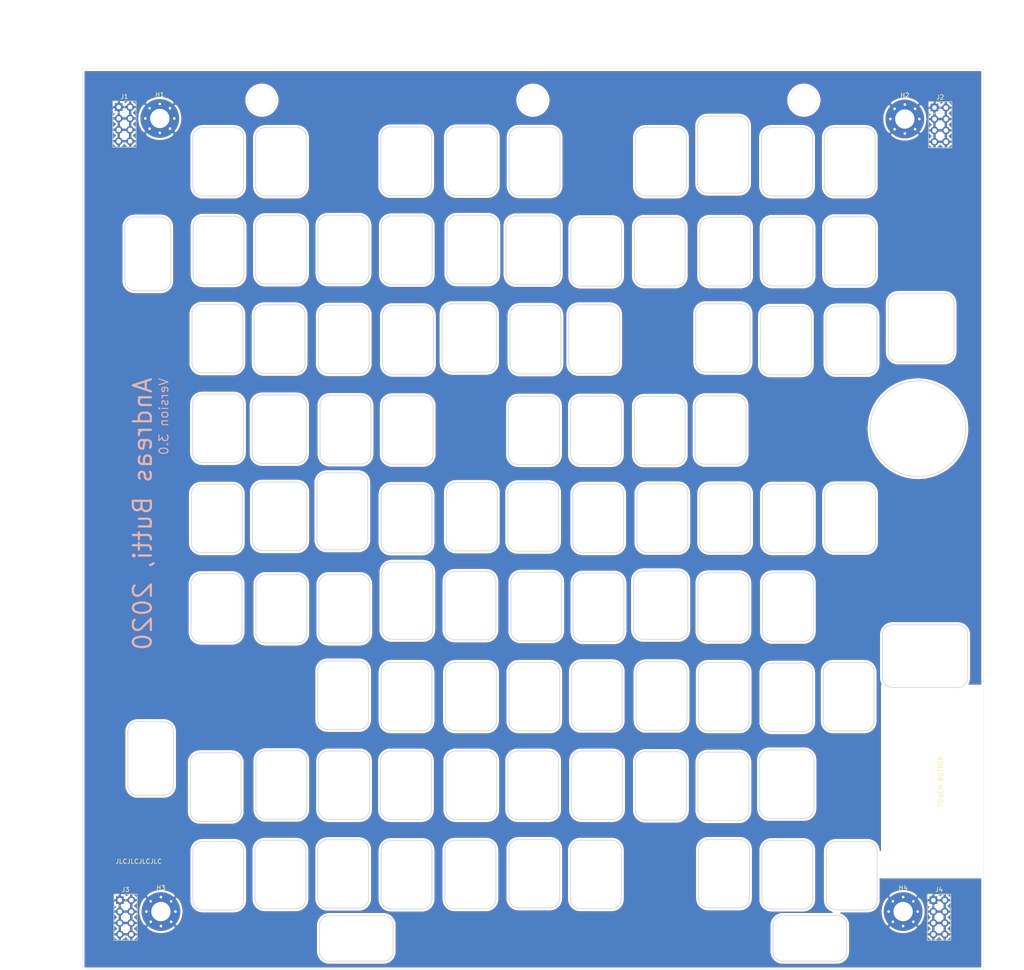
<source format=kicad_pcb>
(kicad_pcb (version 20171130) (host pcbnew 5.1.6-c6e7f7d~87~ubuntu18.04.1)
  (layers (0 F.Cu signal) (31 B.Cu signal) (34 B.Paste user) (35 F.Paste user) (36 B.SilkS user) (37 F.SilkS user) (38 B.Mask user) (39 F.Mask user) (44 Edge.Cuts user))
  (net 0 "")
  (net 1 GND)
  (module MountingHole:MountingHole_4.3mm_M4_Pad_Via (layer F.Cu) (at 215.773 206.121)
    (fp_text reference H4 (at 0 -5.3) (layer F.SilkS))
    (fp_text value MountingHole_Pad)
    (pad 1 thru_hole circle (at 2.280419 -2.280419) (size 0.9 0.9) (drill 0.6) (layers *.Cu *.Mask) (net 1 GND))
    (pad 1 thru_hole circle (at 0 -3.225) (size 0.9 0.9) (drill 0.6) (layers *.Cu *.Mask) (net 1 GND))
    (pad 1 thru_hole circle (at -2.280419 -2.280419) (size 0.9 0.9) (drill 0.6) (layers *.Cu *.Mask) (net 1 GND))
    (pad 1 thru_hole circle (at -3.225 0) (size 0.9 0.9) (drill 0.6) (layers *.Cu *.Mask) (net 1 GND))
    (pad 1 thru_hole circle (at -2.280419 2.280419) (size 0.9 0.9) (drill 0.6) (layers *.Cu *.Mask) (net 1 GND))
    (pad 1 thru_hole circle (at 0 3.225) (size 0.9 0.9) (drill 0.6) (layers *.Cu *.Mask) (net 1 GND))
    (pad 1 thru_hole circle (at 2.280419 2.280419) (size 0.9 0.9) (drill 0.6) (layers *.Cu *.Mask) (net 1 GND))
    (pad 1 thru_hole circle (at 3.225 0) (size 0.9 0.9) (drill 0.6) (layers *.Cu *.Mask) (net 1 GND))
    (pad 1 thru_hole circle (at 0 0) (size 8.6 8.6) (drill 4.3) (layers *.Cu *.Mask) (net 1 GND))
  )
  (module MountingHole:MountingHole_4.3mm_M4_Pad_Via (layer F.Cu) (at 50.546 206.121)
    (fp_text reference H3 (at 0 -5.3) (layer F.SilkS))
    (fp_text value MountingHole_Pad)
    (pad 1 thru_hole circle (at 2.280419 -2.280419) (size 0.9 0.9) (drill 0.6) (layers *.Cu *.Mask) (net 1 GND))
    (pad 1 thru_hole circle (at 0 -3.225) (size 0.9 0.9) (drill 0.6) (layers *.Cu *.Mask) (net 1 GND))
    (pad 1 thru_hole circle (at -2.280419 -2.280419) (size 0.9 0.9) (drill 0.6) (layers *.Cu *.Mask) (net 1 GND))
    (pad 1 thru_hole circle (at -3.225 0) (size 0.9 0.9) (drill 0.6) (layers *.Cu *.Mask) (net 1 GND))
    (pad 1 thru_hole circle (at -2.280419 2.280419) (size 0.9 0.9) (drill 0.6) (layers *.Cu *.Mask) (net 1 GND))
    (pad 1 thru_hole circle (at 0 3.225) (size 0.9 0.9) (drill 0.6) (layers *.Cu *.Mask) (net 1 GND))
    (pad 1 thru_hole circle (at 2.280419 2.280419) (size 0.9 0.9) (drill 0.6) (layers *.Cu *.Mask) (net 1 GND))
    (pad 1 thru_hole circle (at 3.225 0) (size 0.9 0.9) (drill 0.6) (layers *.Cu *.Mask) (net 1 GND))
    (pad 1 thru_hole circle (at 0 0) (size 8.6 8.6) (drill 4.3) (layers *.Cu *.Mask) (net 1 GND))
  )
  (module MountingHole:MountingHole_4.3mm_M4_Pad_Via (layer F.Cu) (at 216.154 29.591)
    (fp_text reference H2 (at 0 -5.3) (layer F.SilkS))
    (fp_text value MountingHole_Pad)
    (pad 1 thru_hole circle (at 2.280419 -2.280419) (size 0.9 0.9) (drill 0.6) (layers *.Cu *.Mask) (net 1 GND))
    (pad 1 thru_hole circle (at 0 -3.225) (size 0.9 0.9) (drill 0.6) (layers *.Cu *.Mask) (net 1 GND))
    (pad 1 thru_hole circle (at -2.280419 -2.280419) (size 0.9 0.9) (drill 0.6) (layers *.Cu *.Mask) (net 1 GND))
    (pad 1 thru_hole circle (at -3.225 0) (size 0.9 0.9) (drill 0.6) (layers *.Cu *.Mask) (net 1 GND))
    (pad 1 thru_hole circle (at -2.280419 2.280419) (size 0.9 0.9) (drill 0.6) (layers *.Cu *.Mask) (net 1 GND))
    (pad 1 thru_hole circle (at 0 3.225) (size 0.9 0.9) (drill 0.6) (layers *.Cu *.Mask) (net 1 GND))
    (pad 1 thru_hole circle (at 2.280419 2.280419) (size 0.9 0.9) (drill 0.6) (layers *.Cu *.Mask) (net 1 GND))
    (pad 1 thru_hole circle (at 3.225 0) (size 0.9 0.9) (drill 0.6) (layers *.Cu *.Mask) (net 1 GND))
    (pad 1 thru_hole circle (at 0 0) (size 8.6 8.6) (drill 4.3) (layers *.Cu *.Mask) (net 1 GND))
  )
  (module MountingHole:MountingHole_4.3mm_M4_Pad_Via (layer F.Cu) (at 50.292 29.464)
    (fp_text reference H1 (at 0 -5.3) (layer F.SilkS))
    (fp_text value MountingHole_Pad)
    (pad 1 thru_hole circle (at 2.280419 -2.280419) (size 0.9 0.9) (drill 0.6) (layers *.Cu *.Mask) (net 1 GND))
    (pad 1 thru_hole circle (at 0 -3.225) (size 0.9 0.9) (drill 0.6) (layers *.Cu *.Mask) (net 1 GND))
    (pad 1 thru_hole circle (at -2.280419 -2.280419) (size 0.9 0.9) (drill 0.6) (layers *.Cu *.Mask) (net 1 GND))
    (pad 1 thru_hole circle (at -3.225 0) (size 0.9 0.9) (drill 0.6) (layers *.Cu *.Mask) (net 1 GND))
    (pad 1 thru_hole circle (at -2.280419 2.280419) (size 0.9 0.9) (drill 0.6) (layers *.Cu *.Mask) (net 1 GND))
    (pad 1 thru_hole circle (at 0 3.225) (size 0.9 0.9) (drill 0.6) (layers *.Cu *.Mask) (net 1 GND))
    (pad 1 thru_hole circle (at 2.280419 2.280419) (size 0.9 0.9) (drill 0.6) (layers *.Cu *.Mask) (net 1 GND))
    (pad 1 thru_hole circle (at 3.225 0) (size 0.9 0.9) (drill 0.6) (layers *.Cu *.Mask) (net 1 GND))
    (pad 1 thru_hole circle (at 0 0) (size 8.6 8.6) (drill 4.3) (layers *.Cu *.Mask) (net 1 GND))
  )
  (module Connector_PinHeader_2.54mm:PinHeader_2x04_P2.54mm_Vertical (layer F.Cu) (at 222.504 203.581)
    (fp_text reference J4 (at 1.27 -2.33) (layer F.SilkS))
    (fp_text value Conn_02x04_Counter_Clockwise)
    (pad 8 thru_hole oval (at 2.54 7.62) (size 1.7 1.7) (drill 1) (layers *.Cu *.Mask) (net 1 GND))
    (pad 7 thru_hole oval (at 0 7.62) (size 1.7 1.7) (drill 1) (layers *.Cu *.Mask) (net 1 GND))
    (pad 6 thru_hole oval (at 2.54 5.08) (size 1.7 1.7) (drill 1) (layers *.Cu *.Mask) (net 1 GND))
    (pad 5 thru_hole oval (at 0 5.08) (size 1.7 1.7) (drill 1) (layers *.Cu *.Mask) (net 1 GND))
    (pad 4 thru_hole oval (at 2.54 2.54) (size 1.7 1.7) (drill 1) (layers *.Cu *.Mask) (net 1 GND))
    (pad 3 thru_hole oval (at 0 2.54) (size 1.7 1.7) (drill 1) (layers *.Cu *.Mask) (net 1 GND))
    (pad 2 thru_hole oval (at 2.54 0) (size 1.7 1.7) (drill 1) (layers *.Cu *.Mask) (net 1 GND))
    (pad 1 thru_hole rect (at 0 0) (size 1.7 1.7) (drill 1) (layers *.Cu *.Mask) (net 1 GND))
  )
  (module Connector_PinHeader_2.54mm:PinHeader_2x04_P2.54mm_Vertical (layer F.Cu) (at 41.402 203.581)
    (fp_text reference J3 (at 1.27 -2.33) (layer F.SilkS))
    (fp_text value Conn_02x04_Counter_Clockwise)
    (pad 8 thru_hole oval (at 2.54 7.62) (size 1.7 1.7) (drill 1) (layers *.Cu *.Mask) (net 1 GND))
    (pad 7 thru_hole oval (at 0 7.62) (size 1.7 1.7) (drill 1) (layers *.Cu *.Mask) (net 1 GND))
    (pad 6 thru_hole oval (at 2.54 5.08) (size 1.7 1.7) (drill 1) (layers *.Cu *.Mask) (net 1 GND))
    (pad 5 thru_hole oval (at 0 5.08) (size 1.7 1.7) (drill 1) (layers *.Cu *.Mask) (net 1 GND))
    (pad 4 thru_hole oval (at 2.54 2.54) (size 1.7 1.7) (drill 1) (layers *.Cu *.Mask) (net 1 GND))
    (pad 3 thru_hole oval (at 0 2.54) (size 1.7 1.7) (drill 1) (layers *.Cu *.Mask) (net 1 GND))
    (pad 2 thru_hole oval (at 2.54 0) (size 1.7 1.7) (drill 1) (layers *.Cu *.Mask) (net 1 GND))
    (pad 1 thru_hole rect (at 0 0) (size 1.7 1.7) (drill 1) (layers *.Cu *.Mask) (net 1 GND))
  )
  (module Connector_PinHeader_2.54mm:PinHeader_2x04_P2.54mm_Vertical (layer F.Cu) (at 222.758 27.051)
    (fp_text reference J2 (at 1.27 -2.33) (layer F.SilkS))
    (fp_text value Conn_02x04_Counter_Clockwise)
    (pad 8 thru_hole oval (at 2.54 7.62) (size 1.7 1.7) (drill 1) (layers *.Cu *.Mask) (net 1 GND))
    (pad 7 thru_hole oval (at 0 7.62) (size 1.7 1.7) (drill 1) (layers *.Cu *.Mask) (net 1 GND))
    (pad 6 thru_hole oval (at 2.54 5.08) (size 1.7 1.7) (drill 1) (layers *.Cu *.Mask) (net 1 GND))
    (pad 5 thru_hole oval (at 0 5.08) (size 1.7 1.7) (drill 1) (layers *.Cu *.Mask) (net 1 GND))
    (pad 4 thru_hole oval (at 2.54 2.54) (size 1.7 1.7) (drill 1) (layers *.Cu *.Mask) (net 1 GND))
    (pad 3 thru_hole oval (at 0 2.54) (size 1.7 1.7) (drill 1) (layers *.Cu *.Mask) (net 1 GND))
    (pad 2 thru_hole oval (at 2.54 0) (size 1.7 1.7) (drill 1) (layers *.Cu *.Mask) (net 1 GND))
    (pad 1 thru_hole rect (at 0 0) (size 1.7 1.7) (drill 1) (layers *.Cu *.Mask) (net 1 GND))
  )
  (module Connector_PinHeader_2.54mm:PinHeader_2x04_P2.54mm_Vertical (layer F.Cu) (at 41.148 26.924)
    (fp_text reference J1 (at 1.27 -2.33) (layer F.SilkS))
    (fp_text value Conn_02x04_Counter_Clockwise)
    (pad 8 thru_hole oval (at 2.54 7.62) (size 1.7 1.7) (drill 1) (layers *.Cu *.Mask) (net 1 GND))
    (pad 7 thru_hole oval (at 0 7.62) (size 1.7 1.7) (drill 1) (layers *.Cu *.Mask) (net 1 GND))
    (pad 6 thru_hole oval (at 2.54 5.08) (size 1.7 1.7) (drill 1) (layers *.Cu *.Mask) (net 1 GND))
    (pad 5 thru_hole oval (at 0 5.08) (size 1.7 1.7) (drill 1) (layers *.Cu *.Mask) (net 1 GND))
    (pad 4 thru_hole oval (at 2.54 2.54) (size 1.7 1.7) (drill 1) (layers *.Cu *.Mask) (net 1 GND))
    (pad 3 thru_hole oval (at 0 2.54) (size 1.7 1.7) (drill 1) (layers *.Cu *.Mask) (net 1 GND))
    (pad 2 thru_hole oval (at 2.54 0) (size 1.7 1.7) (drill 1) (layers *.Cu *.Mask) (net 1 GND))
    (pad 1 thru_hole rect (at 0 0) (size 1.7 1.7) (drill 1) (layers *.Cu *.Mask) (net 1 GND))
  )
  (module Graphics:sw (layer F.Cu) (at 133.35 118.745)
    (fp_text reference G2 hide)
    (fp_text value Graphics hide)
  )
  (gr_text "TOUCH BUTTON" (at 224.155 177.165 90) (layer F.SilkS) (effects (font (size 1 1))))
  (gr_arc (start 115.316 83.82) (end 113.157 83.82) (angle -90) (layer Edge.Cuts) (width 0.15))
  (gr_line (start 113.157 72.898) (end 113.157 83.82) (layer Edge.Cuts) (width 0.15))
  (gr_line (start 125.222 72.898) (end 125.222 83.82) (layer Edge.Cuts) (width 0.15))
  (gr_line (start 115.316 70.739) (end 123.063 70.739) (layer Edge.Cuts) (width 0.15))
  (gr_arc (start 123.063 72.898) (end 125.222 72.898) (angle -90) (layer Edge.Cuts) (width 0.15))
  (gr_arc (start 123.063 83.82) (end 123.063 85.979) (angle -90) (layer Edge.Cuts) (width 0.15))
  (gr_line (start 123.063 85.979) (end 115.316 85.979) (layer Edge.Cuts) (width 0.15))
  (gr_arc (start 115.316 72.898) (end 115.316 70.739) (angle -90) (layer Edge.Cuts) (width 0.15))
  (gr_arc (start 213.36 144.399) (end 213.36 142.24) (angle -90) (layer Edge.Cuts) (width 0.15))
  (gr_line (start 213.36 142.24) (end 227.965 142.24) (layer Edge.Cuts) (width 0.15))
  (gr_line (start 227.965 156.21) (end 213.36 156.21) (layer Edge.Cuts) (width 0.15))
  (gr_arc (start 227.965 154.051) (end 227.965 156.21) (angle -90) (layer Edge.Cuts) (width 0.15))
  (gr_arc (start 227.965 144.399) (end 230.124 144.399) (angle -90) (layer Edge.Cuts) (width 0.15))
  (gr_line (start 230.124 144.399) (end 230.124 154.051) (layer Edge.Cuts) (width 0.15))
  (gr_arc (start 213.36 154.051) (end 211.201 154.051) (angle -90) (layer Edge.Cuts) (width 0.15))
  (gr_line (start 211.201 144.399) (end 211.201 154.051) (layer Edge.Cuts) (width 0.15))
  (gr_line (start 44.704 51.435) (end 50.546 51.435) (layer Edge.Cuts) (width 0.15))
  (gr_arc (start 50.546 65.659) (end 50.546 67.818) (angle -90) (layer Edge.Cuts) (width 0.15))
  (gr_arc (start 44.704 53.594) (end 44.704 51.435) (angle -90) (layer Edge.Cuts) (width 0.15))
  (gr_line (start 44.704 67.818) (end 50.546 67.818) (layer Edge.Cuts) (width 0.15))
  (gr_arc (start 50.546 53.594) (end 52.705 53.594) (angle -90) (layer Edge.Cuts) (width 0.15))
  (gr_line (start 42.545 65.659) (end 42.545 53.594) (layer Edge.Cuts) (width 0.15))
  (gr_arc (start 44.704 65.659) (end 42.545 65.659) (angle -90) (layer Edge.Cuts) (width 0.15))
  (gr_line (start 52.705 53.594) (end 52.705 65.659) (layer Edge.Cuts) (width 0.15))
  (gr_arc (start 51.181 165.989) (end 53.34 165.989) (angle -90) (layer Edge.Cuts) (width 0.15))
  (gr_arc (start 45.339 165.989) (end 45.339 163.83) (angle -90) (layer Edge.Cuts) (width 0.15))
  (gr_arc (start 51.181 178.054) (end 51.181 180.213) (angle -90) (layer Edge.Cuts) (width 0.15))
  (gr_line (start 45.339 163.83) (end 51.181 163.83) (layer Edge.Cuts) (width 0.15))
  (gr_line (start 45.339 180.213) (end 51.181 180.213) (layer Edge.Cuts) (width 0.15))
  (gr_line (start 43.18 178.054) (end 43.18 165.989) (layer Edge.Cuts) (width 0.15))
  (gr_arc (start 45.339 178.054) (end 43.18 178.054) (angle -90) (layer Edge.Cuts) (width 0.15))
  (gr_line (start 53.34 165.989) (end 53.34 178.054) (layer Edge.Cuts) (width 0.15))
  (gr_circle (center 133.35 25.4) (end 131.445 22.86) (layer Edge.Cuts) (width 0.05))
  (gr_circle (center 193.675 25.4) (end 191.77 22.86) (layer Edge.Cuts) (width 0.05))
  (gr_circle (center 73.025 25.4) (end 71.12 22.86) (layer Edge.Cuts) (width 0.05))
  (gr_arc (start 214.63 81.534) (end 212.471 81.534) (angle -90) (layer Edge.Cuts) (width 0.15))
  (gr_line (start 212.471 70.612) (end 212.471 81.534) (layer Edge.Cuts) (width 0.15))
  (gr_line (start 227.076 70.612) (end 227.076 81.534) (layer Edge.Cuts) (width 0.15))
  (gr_line (start 214.63 68.453) (end 224.917 68.453) (layer Edge.Cuts) (width 0.15))
  (gr_arc (start 224.917 70.612) (end 227.076 70.612) (angle -90) (layer Edge.Cuts) (width 0.15))
  (gr_arc (start 224.917 81.534) (end 224.917 83.693) (angle -90) (layer Edge.Cuts) (width 0.15))
  (gr_line (start 224.917 83.693) (end 214.63 83.693) (layer Edge.Cuts) (width 0.15))
  (gr_arc (start 214.63 70.612) (end 214.63 68.453) (angle -90) (layer Edge.Cuts) (width 0.15))
  (gr_line (start 186.817 209.169) (end 186.817 215.011) (layer Edge.Cuts) (width 0.15))
  (gr_arc (start 188.976 215.011) (end 186.817 215.011) (angle -90) (layer Edge.Cuts) (width 0.15))
  (gr_line (start 203.2 209.169) (end 203.2 215.011) (layer Edge.Cuts) (width 0.15))
  (gr_arc (start 201.041 209.169) (end 203.2 209.169) (angle -90) (layer Edge.Cuts) (width 0.15))
  (gr_arc (start 201.041 215.011) (end 201.041 217.17) (angle -90) (layer Edge.Cuts) (width 0.15))
  (gr_line (start 201.041 217.17) (end 188.976 217.17) (layer Edge.Cuts) (width 0.15))
  (gr_line (start 188.976 207.01) (end 201.041 207.01) (layer Edge.Cuts) (width 0.15))
  (gr_arc (start 188.976 209.169) (end 188.976 207.01) (angle -90) (layer Edge.Cuts) (width 0.15))
  (gr_line (start 88.011 207.01) (end 100.076 207.01) (layer Edge.Cuts) (width 0.15))
  (gr_line (start 85.852 209.169) (end 85.852 215.011) (layer Edge.Cuts) (width 0.15))
  (gr_line (start 102.235 209.169) (end 102.235 215.011) (layer Edge.Cuts) (width 0.15))
  (gr_arc (start 88.011 215.011) (end 85.852 215.011) (angle -90) (layer Edge.Cuts) (width 0.15))
  (gr_arc (start 100.076 209.169) (end 102.235 209.169) (angle -90) (layer Edge.Cuts) (width 0.15))
  (gr_arc (start 100.076 215.011) (end 100.076 217.17) (angle -90) (layer Edge.Cuts) (width 0.15))
  (gr_line (start 100.076 217.17) (end 88.011 217.17) (layer Edge.Cuts) (width 0.15))
  (gr_arc (start 88.011 209.169) (end 88.011 207.01) (angle -90) (layer Edge.Cuts) (width 0.15))
  (gr_circle (center 219.075 98.57546) (end 229.71954 98.57546) (layer Edge.Cuts) (width 0.15))
  (gr_line (start 181.6735 72.898) (end 181.6735 83.82) (layer Edge.Cuts) (width 0.15))
  (gr_line (start 169.6085 72.898) (end 169.6085 83.82) (layer Edge.Cuts) (width 0.15))
  (gr_line (start 171.7675 70.739) (end 179.5145 70.739) (layer Edge.Cuts) (width 0.15))
  (gr_arc (start 171.7675 83.82) (end 169.6085 83.82) (angle -90) (layer Edge.Cuts) (width 0.15))
  (gr_arc (start 179.5145 83.82) (end 179.5145 85.979) (angle -90) (layer Edge.Cuts) (width 0.15))
  (gr_arc (start 171.7675 72.898) (end 171.7675 70.739) (angle -90) (layer Edge.Cuts) (width 0.15))
  (gr_arc (start 179.5145 72.898) (end 181.6735 72.898) (angle -90) (layer Edge.Cuts) (width 0.15))
  (gr_line (start 179.5145 85.979) (end 171.7675 85.979) (layer Edge.Cuts) (width 0.15))
  (gr_arc (start 172.212 31.115) (end 172.212 28.956) (angle -90) (layer Edge.Cuts) (width 0.15))
  (gr_line (start 170.053 31.115) (end 170.053 43.942) (layer Edge.Cuts) (width 0.15))
  (gr_line (start 179.197 46.101) (end 172.212 46.101) (layer Edge.Cuts) (width 0.15))
  (gr_arc (start 172.212 43.942) (end 170.053 43.942) (angle -90) (layer Edge.Cuts) (width 0.15))
  (gr_arc (start 179.197 31.115) (end 181.356 31.115) (angle -90) (layer Edge.Cuts) (width 0.15))
  (gr_line (start 181.356 31.115) (end 181.356 43.942) (layer Edge.Cuts) (width 0.15))
  (gr_line (start 172.212 28.956) (end 179.197 28.956) (layer Edge.Cuts) (width 0.15))
  (gr_arc (start 179.197 43.942) (end 179.197 46.101) (angle -90) (layer Edge.Cuts) (width 0.15))
  (gr_line (start 96.5835 110.5535) (end 96.5835 123.3805) (layer Edge.Cuts) (width 0.15))
  (gr_line (start 94.4245 125.5395) (end 87.4395 125.5395) (layer Edge.Cuts) (width 0.15))
  (gr_arc (start 94.4245 110.5535) (end 96.5835 110.5535) (angle -90) (layer Edge.Cuts) (width 0.15))
  (gr_line (start 87.4395 108.3945) (end 94.4245 108.3945) (layer Edge.Cuts) (width 0.15))
  (gr_arc (start 87.4395 123.3805) (end 85.2805 123.3805) (angle -90) (layer Edge.Cuts) (width 0.15))
  (gr_arc (start 94.4245 123.3805) (end 94.4245 125.5395) (angle -90) (layer Edge.Cuts) (width 0.15))
  (gr_arc (start 87.4395 110.5535) (end 87.4395 108.3945) (angle -90) (layer Edge.Cuts) (width 0.15))
  (gr_line (start 85.2805 110.5535) (end 85.2805 123.3805) (layer Edge.Cuts) (width 0.15))
  (gr_arc (start 101.9175 130.4925) (end 101.9175 128.3335) (angle -90) (layer Edge.Cuts) (width 0.15))
  (gr_line (start 99.7585 130.4925) (end 99.7585 143.3195) (layer Edge.Cuts) (width 0.15))
  (gr_line (start 108.9025 145.4785) (end 101.9175 145.4785) (layer Edge.Cuts) (width 0.15))
  (gr_arc (start 101.9175 143.3195) (end 99.7585 143.3195) (angle -90) (layer Edge.Cuts) (width 0.15))
  (gr_arc (start 108.9025 130.4925) (end 111.0615 130.4925) (angle -90) (layer Edge.Cuts) (width 0.15))
  (gr_line (start 111.0615 130.4925) (end 111.0615 143.3195) (layer Edge.Cuts) (width 0.15))
  (gr_line (start 101.9175 128.3335) (end 108.9025 128.3335) (layer Edge.Cuts) (width 0.15))
  (gr_arc (start 108.9025 143.3195) (end 108.9025 145.4785) (angle -90) (layer Edge.Cuts) (width 0.15))
  (gr_line (start 70.866 93.218) (end 70.866 104.14) (layer Edge.Cuts) (width 0.15))
  (gr_arc (start 73.025 93.218) (end 73.025 91.059) (angle -90) (layer Edge.Cuts) (width 0.15))
  (gr_arc (start 73.025 104.14) (end 70.866 104.14) (angle -90) (layer Edge.Cuts) (width 0.15))
  (gr_line (start 80.772 106.299) (end 73.025 106.299) (layer Edge.Cuts) (width 0.15))
  (gr_arc (start 80.772 93.218) (end 82.931 93.218) (angle -90) (layer Edge.Cuts) (width 0.15))
  (gr_arc (start 80.772 104.14) (end 80.772 106.299) (angle -90) (layer Edge.Cuts) (width 0.15))
  (gr_line (start 82.931 93.218) (end 82.931 104.14) (layer Edge.Cuts) (width 0.15))
  (gr_line (start 73.025 91.059) (end 80.772 91.059) (layer Edge.Cuts) (width 0.15))
  (gr_line (start 195.8975 172.2755) (end 195.8975 183.1975) (layer Edge.Cuts) (width 0.15))
  (gr_arc (start 185.9915 183.1975) (end 183.8325 183.1975) (angle -90) (layer Edge.Cuts) (width 0.15))
  (gr_line (start 185.9915 170.1165) (end 193.7385 170.1165) (layer Edge.Cuts) (width 0.15))
  (gr_arc (start 193.7385 183.1975) (end 193.7385 185.3565) (angle -90) (layer Edge.Cuts) (width 0.15))
  (gr_arc (start 185.9915 172.2755) (end 185.9915 170.1165) (angle -90) (layer Edge.Cuts) (width 0.15))
  (gr_line (start 193.7385 185.3565) (end 185.9915 185.3565) (layer Edge.Cuts) (width 0.15))
  (gr_arc (start 193.7385 172.2755) (end 195.8975 172.2755) (angle -90) (layer Edge.Cuts) (width 0.15))
  (gr_line (start 183.8325 172.2755) (end 183.8325 183.1975) (layer Edge.Cuts) (width 0.15))
  (gr_line (start 167.8305 132.3975) (end 167.8305 143.3195) (layer Edge.Cuts) (width 0.15))
  (gr_arc (start 157.9245 143.3195) (end 155.7655 143.3195) (angle -90) (layer Edge.Cuts) (width 0.15))
  (gr_line (start 155.7655 132.3975) (end 155.7655 143.3195) (layer Edge.Cuts) (width 0.15))
  (gr_arc (start 165.6715 132.3975) (end 167.8305 132.3975) (angle -90) (layer Edge.Cuts) (width 0.15))
  (gr_arc (start 157.9245 132.3975) (end 157.9245 130.2385) (angle -90) (layer Edge.Cuts) (width 0.15))
  (gr_line (start 157.9245 130.2385) (end 165.6715 130.2385) (layer Edge.Cuts) (width 0.15))
  (gr_line (start 165.6715 145.4785) (end 157.9245 145.4785) (layer Edge.Cuts) (width 0.15))
  (gr_arc (start 165.6715 143.3195) (end 165.6715 145.4785) (angle -90) (layer Edge.Cuts) (width 0.15))
  (gr_line (start 82.9945 112.649) (end 82.9945 123.571) (layer Edge.Cuts) (width 0.15))
  (gr_line (start 70.9295 112.649) (end 70.9295 123.571) (layer Edge.Cuts) (width 0.15))
  (gr_line (start 73.0885 110.49) (end 80.8355 110.49) (layer Edge.Cuts) (width 0.15))
  (gr_arc (start 73.0885 123.571) (end 70.9295 123.571) (angle -90) (layer Edge.Cuts) (width 0.15))
  (gr_arc (start 80.8355 123.571) (end 80.8355 125.73) (angle -90) (layer Edge.Cuts) (width 0.15))
  (gr_arc (start 73.0885 112.649) (end 73.0885 110.49) (angle -90) (layer Edge.Cuts) (width 0.15))
  (gr_arc (start 80.8355 112.649) (end 82.9945 112.649) (angle -90) (layer Edge.Cuts) (width 0.15))
  (gr_line (start 80.8355 125.73) (end 73.0885 125.73) (layer Edge.Cuts) (width 0.15))
  (gr_line (start 139.446 53.34) (end 139.446 64.262) (layer Edge.Cuts) (width 0.15))
  (gr_line (start 127.381 53.34) (end 127.381 64.262) (layer Edge.Cuts) (width 0.15))
  (gr_line (start 129.54 51.181) (end 137.287 51.181) (layer Edge.Cuts) (width 0.15))
  (gr_arc (start 129.54 64.262) (end 127.381 64.262) (angle -90) (layer Edge.Cuts) (width 0.15))
  (gr_arc (start 137.287 64.262) (end 137.287 66.421) (angle -90) (layer Edge.Cuts) (width 0.15))
  (gr_arc (start 129.54 53.34) (end 129.54 51.181) (angle -90) (layer Edge.Cuts) (width 0.15))
  (gr_arc (start 137.287 53.34) (end 139.446 53.34) (angle -90) (layer Edge.Cuts) (width 0.15))
  (gr_line (start 137.287 66.421) (end 129.54 66.421) (layer Edge.Cuts) (width 0.15))
  (gr_arc (start 158.6865 113.03) (end 158.6865 110.871) (angle -90) (layer Edge.Cuts) (width 0.15))
  (gr_line (start 156.5275 113.03) (end 156.5275 123.952) (layer Edge.Cuts) (width 0.15))
  (gr_line (start 165.6715 126.111) (end 158.6865 126.111) (layer Edge.Cuts) (width 0.15))
  (gr_arc (start 165.6715 113.03) (end 167.8305 113.03) (angle -90) (layer Edge.Cuts) (width 0.15))
  (gr_arc (start 165.6715 123.952) (end 165.6715 126.111) (angle -90) (layer Edge.Cuts) (width 0.15))
  (gr_line (start 158.6865 110.871) (end 165.6715 110.871) (layer Edge.Cuts) (width 0.15))
  (gr_line (start 167.8305 113.03) (end 167.8305 123.952) (layer Edge.Cuts) (width 0.15))
  (gr_arc (start 158.6865 123.952) (end 156.5275 123.952) (angle -90) (layer Edge.Cuts) (width 0.15))
  (gr_line (start 151.384 126.1745) (end 144.399 126.1745) (layer Edge.Cuts) (width 0.15))
  (gr_line (start 153.543 113.0935) (end 153.543 124.0155) (layer Edge.Cuts) (width 0.15))
  (gr_arc (start 151.384 113.0935) (end 153.543 113.0935) (angle -90) (layer Edge.Cuts) (width 0.15))
  (gr_line (start 144.399 110.9345) (end 151.384 110.9345) (layer Edge.Cuts) (width 0.15))
  (gr_arc (start 144.399 113.0935) (end 144.399 110.9345) (angle -90) (layer Edge.Cuts) (width 0.15))
  (gr_line (start 142.24 113.0935) (end 142.24 124.0155) (layer Edge.Cuts) (width 0.15))
  (gr_arc (start 151.384 124.0155) (end 151.384 126.1745) (angle -90) (layer Edge.Cuts) (width 0.15))
  (gr_arc (start 144.399 124.0155) (end 142.24 124.0155) (angle -90) (layer Edge.Cuts) (width 0.15))
  (gr_arc (start 129.921 123.698) (end 127.762 123.698) (angle -90) (layer Edge.Cuts) (width 0.15))
  (gr_line (start 129.921 110.617) (end 136.906 110.617) (layer Edge.Cuts) (width 0.15))
  (gr_line (start 139.065 112.776) (end 139.065 123.698) (layer Edge.Cuts) (width 0.15))
  (gr_arc (start 136.906 112.776) (end 139.065 112.776) (angle -90) (layer Edge.Cuts) (width 0.15))
  (gr_line (start 136.906 125.857) (end 129.921 125.857) (layer Edge.Cuts) (width 0.15))
  (gr_arc (start 129.921 112.776) (end 129.921 110.617) (angle -90) (layer Edge.Cuts) (width 0.15))
  (gr_line (start 127.762 112.776) (end 127.762 123.698) (layer Edge.Cuts) (width 0.15))
  (gr_arc (start 136.906 123.698) (end 136.906 125.857) (angle -90) (layer Edge.Cuts) (width 0.15))
  (gr_line (start 123.2535 125.7935) (end 116.2685 125.7935) (layer Edge.Cuts) (width 0.15))
  (gr_arc (start 123.2535 112.7125) (end 125.4125 112.7125) (angle -90) (layer Edge.Cuts) (width 0.15))
  (gr_arc (start 123.2535 123.6345) (end 123.2535 125.7935) (angle -90) (layer Edge.Cuts) (width 0.15))
  (gr_arc (start 116.2685 123.6345) (end 114.1095 123.6345) (angle -90) (layer Edge.Cuts) (width 0.15))
  (gr_line (start 116.2685 110.5535) (end 123.2535 110.5535) (layer Edge.Cuts) (width 0.15))
  (gr_line (start 114.1095 112.7125) (end 114.1095 123.6345) (layer Edge.Cuts) (width 0.15))
  (gr_arc (start 116.2685 112.7125) (end 116.2685 110.5535) (angle -90) (layer Edge.Cuts) (width 0.15))
  (gr_line (start 125.4125 112.7125) (end 125.4125 123.6345) (layer Edge.Cuts) (width 0.15))
  (gr_line (start 99.568 113.157) (end 99.568 124.079) (layer Edge.Cuts) (width 0.15))
  (gr_arc (start 108.712 113.157) (end 110.871 113.157) (angle -90) (layer Edge.Cuts) (width 0.15))
  (gr_line (start 101.727 110.998) (end 108.712 110.998) (layer Edge.Cuts) (width 0.15))
  (gr_arc (start 101.727 124.079) (end 99.568 124.079) (angle -90) (layer Edge.Cuts) (width 0.15))
  (gr_arc (start 108.712 124.079) (end 108.712 126.238) (angle -90) (layer Edge.Cuts) (width 0.15))
  (gr_line (start 108.712 126.238) (end 101.727 126.238) (layer Edge.Cuts) (width 0.15))
  (gr_line (start 110.871 113.157) (end 110.871 124.079) (layer Edge.Cuts) (width 0.15))
  (gr_arc (start 101.727 113.157) (end 101.727 110.998) (angle -90) (layer Edge.Cuts) (width 0.15))
  (gr_arc (start 207.4545 53.5305) (end 209.6135 53.5305) (angle -90) (layer Edge.Cuts) (width 0.15))
  (gr_arc (start 207.4545 64.4525) (end 207.4545 66.6115) (angle -90) (layer Edge.Cuts) (width 0.15))
  (gr_arc (start 200.4695 64.4525) (end 198.3105 64.4525) (angle -90) (layer Edge.Cuts) (width 0.15))
  (gr_line (start 209.6135 53.5305) (end 209.6135 64.4525) (layer Edge.Cuts) (width 0.15))
  (gr_line (start 200.4695 51.3715) (end 207.4545 51.3715) (layer Edge.Cuts) (width 0.15))
  (gr_line (start 207.4545 66.6115) (end 200.4695 66.6115) (layer Edge.Cuts) (width 0.15))
  (gr_line (start 198.3105 53.5305) (end 198.3105 64.4525) (layer Edge.Cuts) (width 0.15))
  (gr_arc (start 200.4695 53.5305) (end 200.4695 51.3715) (angle -90) (layer Edge.Cuts) (width 0.15))
  (gr_line (start 186.563 51.4985) (end 193.548 51.4985) (layer Edge.Cuts) (width 0.15))
  (gr_arc (start 186.563 53.6575) (end 186.563 51.4985) (angle -90) (layer Edge.Cuts) (width 0.15))
  (gr_arc (start 193.548 53.6575) (end 195.707 53.6575) (angle -90) (layer Edge.Cuts) (width 0.15))
  (gr_arc (start 186.563 64.5795) (end 184.404 64.5795) (angle -90) (layer Edge.Cuts) (width 0.15))
  (gr_line (start 193.548 66.7385) (end 186.563 66.7385) (layer Edge.Cuts) (width 0.15))
  (gr_line (start 195.707 53.6575) (end 195.707 64.5795) (layer Edge.Cuts) (width 0.15))
  (gr_line (start 184.404 53.6575) (end 184.404 64.5795) (layer Edge.Cuts) (width 0.15))
  (gr_arc (start 193.548 64.5795) (end 193.548 66.7385) (angle -90) (layer Edge.Cuts) (width 0.15))
  (gr_line (start 200.787 71.247) (end 207.772 71.247) (layer Edge.Cuts) (width 0.15))
  (gr_arc (start 207.772 73.406) (end 209.931 73.406) (angle -90) (layer Edge.Cuts) (width 0.15))
  (gr_line (start 207.772 86.487) (end 200.787 86.487) (layer Edge.Cuts) (width 0.15))
  (gr_arc (start 200.787 84.328) (end 198.628 84.328) (angle -90) (layer Edge.Cuts) (width 0.15))
  (gr_arc (start 207.772 84.328) (end 207.772 86.487) (angle -90) (layer Edge.Cuts) (width 0.15))
  (gr_arc (start 200.787 73.406) (end 200.787 71.247) (angle -90) (layer Edge.Cuts) (width 0.15))
  (gr_line (start 198.628 73.406) (end 198.628 84.328) (layer Edge.Cuts) (width 0.15))
  (gr_line (start 209.931 73.406) (end 209.931 84.328) (layer Edge.Cuts) (width 0.15))
  (gr_line (start 186.182 71.3105) (end 193.167 71.3105) (layer Edge.Cuts) (width 0.15))
  (gr_line (start 195.326 73.4695) (end 195.326 84.3915) (layer Edge.Cuts) (width 0.15))
  (gr_arc (start 193.167 84.3915) (end 193.167 86.5505) (angle -90) (layer Edge.Cuts) (width 0.15))
  (gr_line (start 193.167 86.5505) (end 186.182 86.5505) (layer Edge.Cuts) (width 0.15))
  (gr_arc (start 186.182 73.4695) (end 186.182 71.3105) (angle -90) (layer Edge.Cuts) (width 0.15))
  (gr_arc (start 193.167 73.4695) (end 195.326 73.4695) (angle -90) (layer Edge.Cuts) (width 0.15))
  (gr_arc (start 186.182 84.3915) (end 184.023 84.3915) (angle -90) (layer Edge.Cuts) (width 0.15))
  (gr_line (start 184.023 73.4695) (end 184.023 84.3915) (layer Edge.Cuts) (width 0.15))
  (gr_arc (start 143.51 73.152) (end 143.51 70.993) (angle -90) (layer Edge.Cuts) (width 0.15))
  (gr_line (start 141.351 73.152) (end 141.351 84.074) (layer Edge.Cuts) (width 0.15))
  (gr_arc (start 150.495 73.152) (end 152.654 73.152) (angle -90) (layer Edge.Cuts) (width 0.15))
  (gr_line (start 152.654 73.152) (end 152.654 84.074) (layer Edge.Cuts) (width 0.15))
  (gr_arc (start 150.495 84.074) (end 150.495 86.233) (angle -90) (layer Edge.Cuts) (width 0.15))
  (gr_line (start 150.495 86.233) (end 143.51 86.233) (layer Edge.Cuts) (width 0.15))
  (gr_line (start 143.51 70.993) (end 150.495 70.993) (layer Edge.Cuts) (width 0.15))
  (gr_arc (start 143.51 84.074) (end 141.351 84.074) (angle -90) (layer Edge.Cuts) (width 0.15))
  (gr_line (start 130.429 71.12) (end 137.414 71.12) (layer Edge.Cuts) (width 0.15))
  (gr_arc (start 137.414 84.201) (end 137.414 86.36) (angle -90) (layer Edge.Cuts) (width 0.15))
  (gr_line (start 139.573 73.279) (end 139.573 84.201) (layer Edge.Cuts) (width 0.15))
  (gr_arc (start 130.429 84.201) (end 128.27 84.201) (angle -90) (layer Edge.Cuts) (width 0.15))
  (gr_arc (start 137.414 73.279) (end 139.573 73.279) (angle -90) (layer Edge.Cuts) (width 0.15))
  (gr_line (start 128.27 73.279) (end 128.27 84.201) (layer Edge.Cuts) (width 0.15))
  (gr_line (start 137.414 86.36) (end 130.429 86.36) (layer Edge.Cuts) (width 0.15))
  (gr_arc (start 130.429 73.279) (end 130.429 71.12) (angle -90) (layer Edge.Cuts) (width 0.15))
  (gr_arc (start 109.0295 84.2645) (end 109.0295 86.4235) (angle -90) (layer Edge.Cuts) (width 0.15))
  (gr_line (start 102.0445 71.1835) (end 109.0295 71.1835) (layer Edge.Cuts) (width 0.15))
  (gr_arc (start 102.0445 73.3425) (end 102.0445 71.1835) (angle -90) (layer Edge.Cuts) (width 0.15))
  (gr_line (start 109.0295 86.4235) (end 102.0445 86.4235) (layer Edge.Cuts) (width 0.15))
  (gr_line (start 99.8855 73.3425) (end 99.8855 84.2645) (layer Edge.Cuts) (width 0.15))
  (gr_arc (start 102.0445 84.2645) (end 99.8855 84.2645) (angle -90) (layer Edge.Cuts) (width 0.15))
  (gr_line (start 111.1885 73.3425) (end 111.1885 84.2645) (layer Edge.Cuts) (width 0.15))
  (gr_arc (start 109.0295 73.3425) (end 111.1885 73.3425) (angle -90) (layer Edge.Cuts) (width 0.15))
  (gr_line (start 96.901 73.2155) (end 96.901 84.1375) (layer Edge.Cuts) (width 0.15))
  (gr_line (start 94.742 86.2965) (end 87.757 86.2965) (layer Edge.Cuts) (width 0.15))
  (gr_arc (start 94.742 84.1375) (end 94.742 86.2965) (angle -90) (layer Edge.Cuts) (width 0.15))
  (gr_arc (start 87.757 73.2155) (end 87.757 71.0565) (angle -90) (layer Edge.Cuts) (width 0.15))
  (gr_arc (start 94.742 73.2155) (end 96.901 73.2155) (angle -90) (layer Edge.Cuts) (width 0.15))
  (gr_line (start 85.598 73.2155) (end 85.598 84.1375) (layer Edge.Cuts) (width 0.15))
  (gr_line (start 87.757 71.0565) (end 94.742 71.0565) (layer Edge.Cuts) (width 0.15))
  (gr_arc (start 87.757 84.1375) (end 85.598 84.1375) (angle -90) (layer Edge.Cuts) (width 0.15))
  (gr_arc (start 95.123 104.267) (end 95.123 106.426) (angle -90) (layer Edge.Cuts) (width 0.15))
  (gr_arc (start 95.123 93.345) (end 97.282 93.345) (angle -90) (layer Edge.Cuts) (width 0.15))
  (gr_line (start 88.138 91.186) (end 95.123 91.186) (layer Edge.Cuts) (width 0.15))
  (gr_line (start 95.123 106.426) (end 88.138 106.426) (layer Edge.Cuts) (width 0.15))
  (gr_arc (start 88.138 104.267) (end 85.979 104.267) (angle -90) (layer Edge.Cuts) (width 0.15))
  (gr_arc (start 88.138 93.345) (end 88.138 91.186) (angle -90) (layer Edge.Cuts) (width 0.15))
  (gr_line (start 97.282 93.345) (end 97.282 104.267) (layer Edge.Cuts) (width 0.15))
  (gr_line (start 85.979 93.345) (end 85.979 104.267) (layer Edge.Cuts) (width 0.15))
  (gr_line (start 99.822 93.4085) (end 99.822 104.3305) (layer Edge.Cuts) (width 0.15))
  (gr_line (start 111.125 93.4085) (end 111.125 104.3305) (layer Edge.Cuts) (width 0.15))
  (gr_arc (start 108.966 93.4085) (end 111.125 93.4085) (angle -90) (layer Edge.Cuts) (width 0.15))
  (gr_line (start 108.966 106.4895) (end 101.981 106.4895) (layer Edge.Cuts) (width 0.15))
  (gr_arc (start 108.966 104.3305) (end 108.966 106.4895) (angle -90) (layer Edge.Cuts) (width 0.15))
  (gr_line (start 101.981 91.2495) (end 108.966 91.2495) (layer Edge.Cuts) (width 0.15))
  (gr_arc (start 101.981 104.3305) (end 99.822 104.3305) (angle -90) (layer Edge.Cuts) (width 0.15))
  (gr_arc (start 101.981 93.4085) (end 101.981 91.2495) (angle -90) (layer Edge.Cuts) (width 0.15))
  (gr_line (start 130.1115 91.313) (end 137.0965 91.313) (layer Edge.Cuts) (width 0.15))
  (gr_arc (start 130.1115 93.472) (end 130.1115 91.313) (angle -90) (layer Edge.Cuts) (width 0.15))
  (gr_line (start 127.9525 93.472) (end 127.9525 104.394) (layer Edge.Cuts) (width 0.15))
  (gr_line (start 137.0965 106.553) (end 130.1115 106.553) (layer Edge.Cuts) (width 0.15))
  (gr_line (start 139.2555 93.472) (end 139.2555 104.394) (layer Edge.Cuts) (width 0.15))
  (gr_arc (start 137.0965 93.472) (end 139.2555 93.472) (angle -90) (layer Edge.Cuts) (width 0.15))
  (gr_arc (start 130.1115 104.394) (end 127.9525 104.394) (angle -90) (layer Edge.Cuts) (width 0.15))
  (gr_arc (start 137.0965 104.394) (end 137.0965 106.553) (angle -90) (layer Edge.Cuts) (width 0.15))
  (gr_line (start 143.891 91.313) (end 150.876 91.313) (layer Edge.Cuts) (width 0.15))
  (gr_arc (start 143.891 93.472) (end 143.891 91.313) (angle -90) (layer Edge.Cuts) (width 0.15))
  (gr_arc (start 143.891 104.394) (end 141.732 104.394) (angle -90) (layer Edge.Cuts) (width 0.15))
  (gr_arc (start 150.876 93.472) (end 153.035 93.472) (angle -90) (layer Edge.Cuts) (width 0.15))
  (gr_line (start 153.035 93.472) (end 153.035 104.394) (layer Edge.Cuts) (width 0.15))
  (gr_line (start 141.732 93.472) (end 141.732 104.394) (layer Edge.Cuts) (width 0.15))
  (gr_arc (start 150.876 104.394) (end 150.876 106.553) (angle -90) (layer Edge.Cuts) (width 0.15))
  (gr_line (start 150.876 106.553) (end 143.891 106.553) (layer Edge.Cuts) (width 0.15))
  (gr_line (start 155.956 93.5355) (end 155.956 104.4575) (layer Edge.Cuts) (width 0.15))
  (gr_line (start 167.259 93.5355) (end 167.259 104.4575) (layer Edge.Cuts) (width 0.15))
  (gr_arc (start 158.115 104.4575) (end 155.956 104.4575) (angle -90) (layer Edge.Cuts) (width 0.15))
  (gr_arc (start 158.115 93.5355) (end 158.115 91.3765) (angle -90) (layer Edge.Cuts) (width 0.15))
  (gr_line (start 158.115 91.3765) (end 165.1 91.3765) (layer Edge.Cuts) (width 0.15))
  (gr_arc (start 165.1 104.4575) (end 165.1 106.6165) (angle -90) (layer Edge.Cuts) (width 0.15))
  (gr_line (start 165.1 106.6165) (end 158.115 106.6165) (layer Edge.Cuts) (width 0.15))
  (gr_arc (start 165.1 93.5355) (end 167.259 93.5355) (angle -90) (layer Edge.Cuts) (width 0.15))
  (gr_arc (start 171.6405 104.3305) (end 169.4815 104.3305) (angle -90) (layer Edge.Cuts) (width 0.15))
  (gr_line (start 169.4815 93.4085) (end 169.4815 104.3305) (layer Edge.Cuts) (width 0.15))
  (gr_arc (start 178.6255 93.4085) (end 180.7845 93.4085) (angle -90) (layer Edge.Cuts) (width 0.15))
  (gr_arc (start 171.6405 93.4085) (end 171.6405 91.2495) (angle -90) (layer Edge.Cuts) (width 0.15))
  (gr_line (start 171.6405 91.2495) (end 178.6255 91.2495) (layer Edge.Cuts) (width 0.15))
  (gr_arc (start 178.6255 104.3305) (end 178.6255 106.4895) (angle -90) (layer Edge.Cuts) (width 0.15))
  (gr_line (start 178.6255 106.4895) (end 171.6405 106.4895) (layer Edge.Cuts) (width 0.15))
  (gr_line (start 180.7845 93.4085) (end 180.7845 104.3305) (layer Edge.Cuts) (width 0.15))
  (gr_arc (start 179.6415 113.03) (end 181.8005 113.03) (angle -90) (layer Edge.Cuts) (width 0.15))
  (gr_arc (start 172.6565 113.03) (end 172.6565 110.871) (angle -90) (layer Edge.Cuts) (width 0.15))
  (gr_arc (start 179.6415 123.952) (end 179.6415 126.111) (angle -90) (layer Edge.Cuts) (width 0.15))
  (gr_line (start 179.6415 126.111) (end 172.6565 126.111) (layer Edge.Cuts) (width 0.15))
  (gr_line (start 172.6565 110.871) (end 179.6415 110.871) (layer Edge.Cuts) (width 0.15))
  (gr_line (start 181.8005 113.03) (end 181.8005 123.952) (layer Edge.Cuts) (width 0.15))
  (gr_line (start 170.4975 113.03) (end 170.4975 123.952) (layer Edge.Cuts) (width 0.15))
  (gr_arc (start 172.6565 123.952) (end 170.4975 123.952) (angle -90) (layer Edge.Cuts) (width 0.15))
  (gr_line (start 186.6265 110.9345) (end 193.6115 110.9345) (layer Edge.Cuts) (width 0.15))
  (gr_arc (start 186.6265 113.0935) (end 186.6265 110.9345) (angle -90) (layer Edge.Cuts) (width 0.15))
  (gr_line (start 193.6115 126.1745) (end 186.6265 126.1745) (layer Edge.Cuts) (width 0.15))
  (gr_line (start 184.4675 113.0935) (end 184.4675 124.0155) (layer Edge.Cuts) (width 0.15))
  (gr_arc (start 186.6265 124.0155) (end 184.4675 124.0155) (angle -90) (layer Edge.Cuts) (width 0.15))
  (gr_arc (start 193.6115 113.0935) (end 195.7705 113.0935) (angle -90) (layer Edge.Cuts) (width 0.15))
  (gr_arc (start 193.6115 124.0155) (end 193.6115 126.1745) (angle -90) (layer Edge.Cuts) (width 0.15))
  (gr_line (start 195.7705 113.0935) (end 195.7705 124.0155) (layer Edge.Cuts) (width 0.15))
  (gr_arc (start 207.4545 123.952) (end 207.4545 126.111) (angle -90) (layer Edge.Cuts) (width 0.15))
  (gr_arc (start 200.4695 123.952) (end 198.3105 123.952) (angle -90) (layer Edge.Cuts) (width 0.15))
  (gr_line (start 198.3105 113.03) (end 198.3105 123.952) (layer Edge.Cuts) (width 0.15))
  (gr_arc (start 200.4695 113.03) (end 200.4695 110.871) (angle -90) (layer Edge.Cuts) (width 0.15))
  (gr_line (start 209.6135 113.03) (end 209.6135 123.952) (layer Edge.Cuts) (width 0.15))
  (gr_line (start 200.4695 110.871) (end 207.4545 110.871) (layer Edge.Cuts) (width 0.15))
  (gr_line (start 207.4545 126.111) (end 200.4695 126.111) (layer Edge.Cuts) (width 0.15))
  (gr_arc (start 207.4545 113.03) (end 209.6135 113.03) (angle -90) (layer Edge.Cuts) (width 0.15))
  (gr_arc (start 122.936 132.5245) (end 125.095 132.5245) (angle -90) (layer Edge.Cuts) (width 0.15))
  (gr_line (start 113.792 132.5245) (end 113.792 143.4465) (layer Edge.Cuts) (width 0.15))
  (gr_line (start 122.936 145.6055) (end 115.951 145.6055) (layer Edge.Cuts) (width 0.15))
  (gr_arc (start 115.951 143.4465) (end 113.792 143.4465) (angle -90) (layer Edge.Cuts) (width 0.15))
  (gr_arc (start 115.951 132.5245) (end 115.951 130.3655) (angle -90) (layer Edge.Cuts) (width 0.15))
  (gr_line (start 125.095 132.5245) (end 125.095 143.4465) (layer Edge.Cuts) (width 0.15))
  (gr_line (start 115.951 130.3655) (end 122.936 130.3655) (layer Edge.Cuts) (width 0.15))
  (gr_arc (start 122.936 143.4465) (end 122.936 145.6055) (angle -90) (layer Edge.Cuts) (width 0.15))
  (gr_arc (start 130.6195 132.715) (end 130.6195 130.556) (angle -90) (layer Edge.Cuts) (width 0.15))
  (gr_arc (start 137.6045 143.637) (end 137.6045 145.796) (angle -90) (layer Edge.Cuts) (width 0.15))
  (gr_line (start 137.6045 145.796) (end 130.6195 145.796) (layer Edge.Cuts) (width 0.15))
  (gr_line (start 130.6195 130.556) (end 137.6045 130.556) (layer Edge.Cuts) (width 0.15))
  (gr_arc (start 137.6045 132.715) (end 139.7635 132.715) (angle -90) (layer Edge.Cuts) (width 0.15))
  (gr_line (start 139.7635 132.715) (end 139.7635 143.637) (layer Edge.Cuts) (width 0.15))
  (gr_line (start 128.4605 132.715) (end 128.4605 143.637) (layer Edge.Cuts) (width 0.15))
  (gr_arc (start 130.6195 143.637) (end 128.4605 143.637) (angle -90) (layer Edge.Cuts) (width 0.15))
  (gr_line (start 142.3035 132.9055) (end 142.3035 143.8275) (layer Edge.Cuts) (width 0.15))
  (gr_arc (start 151.4475 132.9055) (end 153.6065 132.9055) (angle -90) (layer Edge.Cuts) (width 0.15))
  (gr_line (start 144.4625 130.7465) (end 151.4475 130.7465) (layer Edge.Cuts) (width 0.15))
  (gr_arc (start 151.4475 143.8275) (end 151.4475 145.9865) (angle -90) (layer Edge.Cuts) (width 0.15))
  (gr_arc (start 144.4625 132.9055) (end 144.4625 130.7465) (angle -90) (layer Edge.Cuts) (width 0.15))
  (gr_line (start 151.4475 145.9865) (end 144.4625 145.9865) (layer Edge.Cuts) (width 0.15))
  (gr_arc (start 144.4625 143.8275) (end 142.3035 143.8275) (angle -90) (layer Edge.Cuts) (width 0.15))
  (gr_line (start 153.6065 132.9055) (end 153.6065 143.8275) (layer Edge.Cuts) (width 0.15))
  (gr_arc (start 179.2605 143.764) (end 179.2605 145.923) (angle -90) (layer Edge.Cuts) (width 0.15))
  (gr_arc (start 172.2755 132.842) (end 172.2755 130.683) (angle -90) (layer Edge.Cuts) (width 0.15))
  (gr_line (start 181.4195 132.842) (end 181.4195 143.764) (layer Edge.Cuts) (width 0.15))
  (gr_line (start 172.2755 130.683) (end 179.2605 130.683) (layer Edge.Cuts) (width 0.15))
  (gr_line (start 179.2605 145.923) (end 172.2755 145.923) (layer Edge.Cuts) (width 0.15))
  (gr_line (start 170.1165 132.842) (end 170.1165 143.764) (layer Edge.Cuts) (width 0.15))
  (gr_arc (start 179.2605 132.842) (end 181.4195 132.842) (angle -90) (layer Edge.Cuts) (width 0.15))
  (gr_arc (start 172.2755 143.764) (end 170.1165 143.764) (angle -90) (layer Edge.Cuts) (width 0.15))
  (gr_arc (start 186.6265 143.764) (end 184.4675 143.764) (angle -90) (layer Edge.Cuts) (width 0.15))
  (gr_line (start 186.6265 130.683) (end 193.6115 130.683) (layer Edge.Cuts) (width 0.15))
  (gr_arc (start 186.6265 132.842) (end 186.6265 130.683) (angle -90) (layer Edge.Cuts) (width 0.15))
  (gr_arc (start 193.6115 143.764) (end 193.6115 145.923) (angle -90) (layer Edge.Cuts) (width 0.15))
  (gr_line (start 195.7705 132.842) (end 195.7705 143.764) (layer Edge.Cuts) (width 0.15))
  (gr_line (start 184.4675 132.842) (end 184.4675 143.764) (layer Edge.Cuts) (width 0.15))
  (gr_arc (start 193.6115 132.842) (end 195.7705 132.842) (angle -90) (layer Edge.Cuts) (width 0.15))
  (gr_line (start 193.6115 145.923) (end 186.6265 145.923) (layer Edge.Cuts) (width 0.15))
  (gr_arc (start 207.137 163.703) (end 207.137 165.862) (angle -90) (layer Edge.Cuts) (width 0.15))
  (gr_arc (start 200.152 163.703) (end 197.993 163.703) (angle -90) (layer Edge.Cuts) (width 0.15))
  (gr_line (start 200.152 150.622) (end 207.137 150.622) (layer Edge.Cuts) (width 0.15))
  (gr_arc (start 207.137 152.781) (end 209.296 152.781) (angle -90) (layer Edge.Cuts) (width 0.15))
  (gr_line (start 207.137 165.862) (end 200.152 165.862) (layer Edge.Cuts) (width 0.15))
  (gr_arc (start 200.152 152.781) (end 200.152 150.622) (angle -90) (layer Edge.Cuts) (width 0.15))
  (gr_line (start 209.296 152.781) (end 209.296 163.703) (layer Edge.Cuts) (width 0.15))
  (gr_line (start 197.993 152.781) (end 197.993 163.703) (layer Edge.Cuts) (width 0.15))
  (gr_arc (start 186.4995 163.8935) (end 184.3405 163.8935) (angle -90) (layer Edge.Cuts) (width 0.15))
  (gr_arc (start 186.4995 152.9715) (end 186.4995 150.8125) (angle -90) (layer Edge.Cuts) (width 0.15))
  (gr_arc (start 193.4845 163.8935) (end 193.4845 166.0525) (angle -90) (layer Edge.Cuts) (width 0.15))
  (gr_line (start 184.3405 152.9715) (end 184.3405 163.8935) (layer Edge.Cuts) (width 0.15))
  (gr_line (start 195.6435 152.9715) (end 195.6435 163.8935) (layer Edge.Cuts) (width 0.15))
  (gr_line (start 193.4845 166.0525) (end 186.4995 166.0525) (layer Edge.Cuts) (width 0.15))
  (gr_line (start 186.4995 150.8125) (end 193.4845 150.8125) (layer Edge.Cuts) (width 0.15))
  (gr_arc (start 193.4845 152.9715) (end 195.6435 152.9715) (angle -90) (layer Edge.Cuts) (width 0.15))
  (gr_arc (start 179.324 152.781) (end 181.483 152.781) (angle -90) (layer Edge.Cuts) (width 0.15))
  (gr_line (start 179.324 165.862) (end 172.339 165.862) (layer Edge.Cuts) (width 0.15))
  (gr_line (start 181.483 152.781) (end 181.483 163.703) (layer Edge.Cuts) (width 0.15))
  (gr_arc (start 179.324 163.703) (end 179.324 165.862) (angle -90) (layer Edge.Cuts) (width 0.15))
  (gr_arc (start 172.339 152.781) (end 172.339 150.622) (angle -90) (layer Edge.Cuts) (width 0.15))
  (gr_line (start 170.18 152.781) (end 170.18 163.703) (layer Edge.Cuts) (width 0.15))
  (gr_line (start 172.339 150.622) (end 179.324 150.622) (layer Edge.Cuts) (width 0.15))
  (gr_arc (start 172.339 163.703) (end 170.18 163.703) (angle -90) (layer Edge.Cuts) (width 0.15))
  (gr_line (start 165.481 165.735) (end 158.496 165.735) (layer Edge.Cuts) (width 0.15))
  (gr_line (start 167.64 152.654) (end 167.64 163.576) (layer Edge.Cuts) (width 0.15))
  (gr_arc (start 165.481 152.654) (end 167.64 152.654) (angle -90) (layer Edge.Cuts) (width 0.15))
  (gr_arc (start 165.481 163.576) (end 165.481 165.735) (angle -90) (layer Edge.Cuts) (width 0.15))
  (gr_arc (start 158.496 163.576) (end 156.337 163.576) (angle -90) (layer Edge.Cuts) (width 0.15))
  (gr_arc (start 158.496 152.654) (end 158.496 150.495) (angle -90) (layer Edge.Cuts) (width 0.15))
  (gr_line (start 158.496 150.495) (end 165.481 150.495) (layer Edge.Cuts) (width 0.15))
  (gr_line (start 156.337 152.654) (end 156.337 163.576) (layer Edge.Cuts) (width 0.15))
  (gr_line (start 151.0665 165.735) (end 144.0815 165.735) (layer Edge.Cuts) (width 0.15))
  (gr_arc (start 144.0815 152.654) (end 144.0815 150.495) (angle -90) (layer Edge.Cuts) (width 0.15))
  (gr_arc (start 151.0665 163.576) (end 151.0665 165.735) (angle -90) (layer Edge.Cuts) (width 0.15))
  (gr_line (start 144.0815 150.495) (end 151.0665 150.495) (layer Edge.Cuts) (width 0.15))
  (gr_arc (start 144.0815 163.576) (end 141.9225 163.576) (angle -90) (layer Edge.Cuts) (width 0.15))
  (gr_arc (start 151.0665 152.654) (end 153.2255 152.654) (angle -90) (layer Edge.Cuts) (width 0.15))
  (gr_line (start 141.9225 152.654) (end 141.9225 163.576) (layer Edge.Cuts) (width 0.15))
  (gr_line (start 153.2255 152.654) (end 153.2255 163.576) (layer Edge.Cuts) (width 0.15))
  (gr_arc (start 130.175 163.703) (end 128.016 163.703) (angle -90) (layer Edge.Cuts) (width 0.15))
  (gr_arc (start 137.16 163.703) (end 137.16 165.862) (angle -90) (layer Edge.Cuts) (width 0.15))
  (gr_line (start 137.16 165.862) (end 130.175 165.862) (layer Edge.Cuts) (width 0.15))
  (gr_arc (start 137.16 152.781) (end 139.319 152.781) (angle -90) (layer Edge.Cuts) (width 0.15))
  (gr_arc (start 130.175 152.781) (end 130.175 150.622) (angle -90) (layer Edge.Cuts) (width 0.15))
  (gr_line (start 128.016 152.781) (end 128.016 163.703) (layer Edge.Cuts) (width 0.15))
  (gr_line (start 130.175 150.622) (end 137.16 150.622) (layer Edge.Cuts) (width 0.15))
  (gr_line (start 139.319 152.781) (end 139.319 163.703) (layer Edge.Cuts) (width 0.15))
  (gr_line (start 108.712 165.862) (end 101.727 165.862) (layer Edge.Cuts) (width 0.15))
  (gr_arc (start 108.712 163.703) (end 108.712 165.862) (angle -90) (layer Edge.Cuts) (width 0.15))
  (gr_line (start 110.871 152.781) (end 110.871 163.703) (layer Edge.Cuts) (width 0.15))
  (gr_line (start 99.568 152.781) (end 99.568 163.703) (layer Edge.Cuts) (width 0.15))
  (gr_arc (start 108.712 152.781) (end 110.871 152.781) (angle -90) (layer Edge.Cuts) (width 0.15))
  (gr_arc (start 101.727 152.781) (end 101.727 150.622) (angle -90) (layer Edge.Cuts) (width 0.15))
  (gr_arc (start 101.727 163.703) (end 99.568 163.703) (angle -90) (layer Edge.Cuts) (width 0.15))
  (gr_line (start 101.727 150.622) (end 108.712 150.622) (layer Edge.Cuts) (width 0.15))
  (gr_line (start 123.063 165.862) (end 116.078 165.862) (layer Edge.Cuts) (width 0.15))
  (gr_arc (start 123.063 152.781) (end 125.222 152.781) (angle -90) (layer Edge.Cuts) (width 0.15))
  (gr_arc (start 123.063 163.703) (end 123.063 165.862) (angle -90) (layer Edge.Cuts) (width 0.15))
  (gr_arc (start 116.078 152.781) (end 116.078 150.622) (angle -90) (layer Edge.Cuts) (width 0.15))
  (gr_arc (start 116.078 163.703) (end 113.919 163.703) (angle -90) (layer Edge.Cuts) (width 0.15))
  (gr_line (start 113.919 152.781) (end 113.919 163.703) (layer Edge.Cuts) (width 0.15))
  (gr_line (start 125.222 152.781) (end 125.222 163.703) (layer Edge.Cuts) (width 0.15))
  (gr_line (start 116.078 150.622) (end 123.063 150.622) (layer Edge.Cuts) (width 0.15))
  (gr_line (start 82.9945 172.466) (end 82.9945 183.388) (layer Edge.Cuts) (width 0.15))
  (gr_arc (start 73.8505 183.388) (end 71.6915 183.388) (angle -90) (layer Edge.Cuts) (width 0.15))
  (gr_line (start 71.6915 172.466) (end 71.6915 183.388) (layer Edge.Cuts) (width 0.15))
  (gr_line (start 80.8355 185.547) (end 73.8505 185.547) (layer Edge.Cuts) (width 0.15))
  (gr_arc (start 80.8355 172.466) (end 82.9945 172.466) (angle -90) (layer Edge.Cuts) (width 0.15))
  (gr_arc (start 73.8505 172.466) (end 73.8505 170.307) (angle -90) (layer Edge.Cuts) (width 0.15))
  (gr_line (start 73.8505 170.307) (end 80.8355 170.307) (layer Edge.Cuts) (width 0.15))
  (gr_arc (start 80.8355 183.388) (end 80.8355 185.547) (angle -90) (layer Edge.Cuts) (width 0.15))
  (gr_arc (start 87.8205 172.5295) (end 87.8205 170.3705) (angle -90) (layer Edge.Cuts) (width 0.15))
  (gr_line (start 94.8055 185.6105) (end 87.8205 185.6105) (layer Edge.Cuts) (width 0.15))
  (gr_line (start 85.6615 172.5295) (end 85.6615 183.4515) (layer Edge.Cuts) (width 0.15))
  (gr_line (start 96.9645 172.5295) (end 96.9645 183.4515) (layer Edge.Cuts) (width 0.15))
  (gr_arc (start 94.8055 172.5295) (end 96.9645 172.5295) (angle -90) (layer Edge.Cuts) (width 0.15))
  (gr_arc (start 94.8055 183.4515) (end 94.8055 185.6105) (angle -90) (layer Edge.Cuts) (width 0.15))
  (gr_arc (start 87.8205 183.4515) (end 85.6615 183.4515) (angle -90) (layer Edge.Cuts) (width 0.15))
  (gr_line (start 87.8205 170.3705) (end 94.8055 170.3705) (layer Edge.Cuts) (width 0.15))
  (gr_arc (start 108.585 172.5295) (end 110.744 172.5295) (angle -90) (layer Edge.Cuts) (width 0.15))
  (gr_arc (start 101.6 183.4515) (end 99.441 183.4515) (angle -90) (layer Edge.Cuts) (width 0.15))
  (gr_arc (start 101.6 172.5295) (end 101.6 170.3705) (angle -90) (layer Edge.Cuts) (width 0.15))
  (gr_line (start 108.585 185.6105) (end 101.6 185.6105) (layer Edge.Cuts) (width 0.15))
  (gr_arc (start 108.585 183.4515) (end 108.585 185.6105) (angle -90) (layer Edge.Cuts) (width 0.15))
  (gr_line (start 101.6 170.3705) (end 108.585 170.3705) (layer Edge.Cuts) (width 0.15))
  (gr_line (start 110.744 172.5295) (end 110.744 183.4515) (layer Edge.Cuts) (width 0.15))
  (gr_line (start 99.441 172.5295) (end 99.441 183.4515) (layer Edge.Cuts) (width 0.15))
  (gr_arc (start 123.1265 183.4515) (end 123.1265 185.6105) (angle -90) (layer Edge.Cuts) (width 0.15))
  (gr_line (start 116.1415 170.3705) (end 123.1265 170.3705) (layer Edge.Cuts) (width 0.15))
  (gr_arc (start 116.1415 183.4515) (end 113.9825 183.4515) (angle -90) (layer Edge.Cuts) (width 0.15))
  (gr_arc (start 123.1265 172.5295) (end 125.2855 172.5295) (angle -90) (layer Edge.Cuts) (width 0.15))
  (gr_line (start 125.2855 172.5295) (end 125.2855 183.4515) (layer Edge.Cuts) (width 0.15))
  (gr_arc (start 116.1415 172.5295) (end 116.1415 170.3705) (angle -90) (layer Edge.Cuts) (width 0.15))
  (gr_line (start 113.9825 172.5295) (end 113.9825 183.4515) (layer Edge.Cuts) (width 0.15))
  (gr_line (start 123.1265 185.6105) (end 116.1415 185.6105) (layer Edge.Cuts) (width 0.15))
  (gr_line (start 127.762 172.5295) (end 127.762 183.4515) (layer Edge.Cuts) (width 0.15))
  (gr_arc (start 136.906 183.4515) (end 136.906 185.6105) (angle -90) (layer Edge.Cuts) (width 0.15))
  (gr_arc (start 129.921 183.4515) (end 127.762 183.4515) (angle -90) (layer Edge.Cuts) (width 0.15))
  (gr_line (start 139.065 172.5295) (end 139.065 183.4515) (layer Edge.Cuts) (width 0.15))
  (gr_line (start 136.906 185.6105) (end 129.921 185.6105) (layer Edge.Cuts) (width 0.15))
  (gr_arc (start 129.921 172.5295) (end 129.921 170.3705) (angle -90) (layer Edge.Cuts) (width 0.15))
  (gr_arc (start 136.906 172.5295) (end 139.065 172.5295) (angle -90) (layer Edge.Cuts) (width 0.15))
  (gr_line (start 129.921 170.3705) (end 136.906 170.3705) (layer Edge.Cuts) (width 0.15))
  (gr_arc (start 144.145 183.4515) (end 141.986 183.4515) (angle -90) (layer Edge.Cuts) (width 0.15))
  (gr_line (start 153.289 172.5295) (end 153.289 183.4515) (layer Edge.Cuts) (width 0.15))
  (gr_arc (start 151.13 183.4515) (end 151.13 185.6105) (angle -90) (layer Edge.Cuts) (width 0.15))
  (gr_line (start 141.986 172.5295) (end 141.986 183.4515) (layer Edge.Cuts) (width 0.15))
  (gr_arc (start 144.145 172.5295) (end 144.145 170.3705) (angle -90) (layer Edge.Cuts) (width 0.15))
  (gr_line (start 151.13 185.6105) (end 144.145 185.6105) (layer Edge.Cuts) (width 0.15))
  (gr_line (start 144.145 170.3705) (end 151.13 170.3705) (layer Edge.Cuts) (width 0.15))
  (gr_arc (start 151.13 172.5295) (end 153.289 172.5295) (angle -90) (layer Edge.Cuts) (width 0.15))
  (gr_arc (start 158.369 183.5785) (end 156.21 183.5785) (angle -90) (layer Edge.Cuts) (width 0.15))
  (gr_line (start 158.369 170.4975) (end 165.354 170.4975) (layer Edge.Cuts) (width 0.15))
  (gr_line (start 165.354 185.7375) (end 158.369 185.7375) (layer Edge.Cuts) (width 0.15))
  (gr_arc (start 158.369 172.6565) (end 158.369 170.4975) (angle -90) (layer Edge.Cuts) (width 0.15))
  (gr_line (start 167.513 172.6565) (end 167.513 183.5785) (layer Edge.Cuts) (width 0.15))
  (gr_arc (start 165.354 172.6565) (end 167.513 172.6565) (angle -90) (layer Edge.Cuts) (width 0.15))
  (gr_arc (start 165.354 183.5785) (end 165.354 185.7375) (angle -90) (layer Edge.Cuts) (width 0.15))
  (gr_line (start 156.21 172.6565) (end 156.21 183.5785) (layer Edge.Cuts) (width 0.15))
  (gr_line (start 170.1165 172.7835) (end 170.1165 183.7055) (layer Edge.Cuts) (width 0.15))
  (gr_line (start 181.4195 172.7835) (end 181.4195 183.7055) (layer Edge.Cuts) (width 0.15))
  (gr_line (start 172.2755 170.6245) (end 179.2605 170.6245) (layer Edge.Cuts) (width 0.15))
  (gr_arc (start 172.2755 183.7055) (end 170.1165 183.7055) (angle -90) (layer Edge.Cuts) (width 0.15))
  (gr_line (start 179.2605 185.8645) (end 172.2755 185.8645) (layer Edge.Cuts) (width 0.15))
  (gr_arc (start 179.2605 183.7055) (end 179.2605 185.8645) (angle -90) (layer Edge.Cuts) (width 0.15))
  (gr_arc (start 179.2605 172.7835) (end 181.4195 172.7835) (angle -90) (layer Edge.Cuts) (width 0.15))
  (gr_arc (start 172.2755 172.7835) (end 172.2755 170.6245) (angle -90) (layer Edge.Cuts) (width 0.15))
  (gr_line (start 209.9945 192.659) (end 209.9945 203.581) (layer Edge.Cuts) (width 0.15))
  (gr_line (start 207.8355 205.74) (end 200.8505 205.74) (layer Edge.Cuts) (width 0.15))
  (gr_arc (start 200.8505 203.581) (end 198.6915 203.581) (angle -90) (layer Edge.Cuts) (width 0.15))
  (gr_arc (start 207.8355 203.581) (end 207.8355 205.74) (angle -90) (layer Edge.Cuts) (width 0.15))
  (gr_arc (start 207.8355 192.659) (end 209.9945 192.659) (angle -90) (layer Edge.Cuts) (width 0.15))
  (gr_line (start 200.8505 190.5) (end 207.8355 190.5) (layer Edge.Cuts) (width 0.15))
  (gr_line (start 198.6915 192.659) (end 198.6915 203.581) (layer Edge.Cuts) (width 0.15))
  (gr_arc (start 200.8505 192.659) (end 200.8505 190.5) (angle -90) (layer Edge.Cuts) (width 0.15))
  (gr_line (start 184.3405 192.4685) (end 184.3405 203.3905) (layer Edge.Cuts) (width 0.15))
  (gr_line (start 193.4845 205.5495) (end 186.4995 205.5495) (layer Edge.Cuts) (width 0.15))
  (gr_arc (start 193.4845 203.3905) (end 193.4845 205.5495) (angle -90) (layer Edge.Cuts) (width 0.15))
  (gr_arc (start 193.4845 192.4685) (end 195.6435 192.4685) (angle -90) (layer Edge.Cuts) (width 0.15))
  (gr_arc (start 186.4995 192.4685) (end 186.4995 190.3095) (angle -90) (layer Edge.Cuts) (width 0.15))
  (gr_line (start 195.6435 192.4685) (end 195.6435 203.3905) (layer Edge.Cuts) (width 0.15))
  (gr_arc (start 186.4995 203.3905) (end 184.3405 203.3905) (angle -90) (layer Edge.Cuts) (width 0.15))
  (gr_line (start 186.4995 190.3095) (end 193.4845 190.3095) (layer Edge.Cuts) (width 0.15))
  (gr_arc (start 179.3875 203.1365) (end 179.3875 205.2955) (angle -90) (layer Edge.Cuts) (width 0.15))
  (gr_arc (start 179.3875 192.2145) (end 181.5465 192.2145) (angle -90) (layer Edge.Cuts) (width 0.15))
  (gr_line (start 181.5465 192.2145) (end 181.5465 203.1365) (layer Edge.Cuts) (width 0.15))
  (gr_arc (start 172.4025 192.2145) (end 172.4025 190.0555) (angle -90) (layer Edge.Cuts) (width 0.15))
  (gr_line (start 179.3875 205.2955) (end 172.4025 205.2955) (layer Edge.Cuts) (width 0.15))
  (gr_line (start 172.4025 190.0555) (end 179.3875 190.0555) (layer Edge.Cuts) (width 0.15))
  (gr_arc (start 172.4025 203.1365) (end 170.2435 203.1365) (angle -90) (layer Edge.Cuts) (width 0.15))
  (gr_line (start 170.2435 192.2145) (end 170.2435 203.1365) (layer Edge.Cuts) (width 0.15))
  (gr_line (start 141.732 192.405) (end 141.732 203.327) (layer Edge.Cuts) (width 0.15))
  (gr_line (start 143.891 190.246) (end 150.876 190.246) (layer Edge.Cuts) (width 0.15))
  (gr_line (start 150.876 205.486) (end 143.891 205.486) (layer Edge.Cuts) (width 0.15))
  (gr_line (start 153.035 192.405) (end 153.035 203.327) (layer Edge.Cuts) (width 0.15))
  (gr_arc (start 150.876 192.405) (end 153.035 192.405) (angle -90) (layer Edge.Cuts) (width 0.15))
  (gr_arc (start 143.891 192.405) (end 143.891 190.246) (angle -90) (layer Edge.Cuts) (width 0.15))
  (gr_arc (start 143.891 203.327) (end 141.732 203.327) (angle -90) (layer Edge.Cuts) (width 0.15))
  (gr_arc (start 150.876 203.327) (end 150.876 205.486) (angle -90) (layer Edge.Cuts) (width 0.15))
  (gr_arc (start 130.175 203.1365) (end 128.016 203.1365) (angle -90) (layer Edge.Cuts) (width 0.15))
  (gr_arc (start 137.16 203.1365) (end 137.16 205.2955) (angle -90) (layer Edge.Cuts) (width 0.15))
  (gr_line (start 128.016 192.2145) (end 128.016 203.1365) (layer Edge.Cuts) (width 0.15))
  (gr_arc (start 130.175 192.2145) (end 130.175 190.0555) (angle -90) (layer Edge.Cuts) (width 0.15))
  (gr_arc (start 137.16 192.2145) (end 139.319 192.2145) (angle -90) (layer Edge.Cuts) (width 0.15))
  (gr_line (start 130.175 190.0555) (end 137.16 190.0555) (layer Edge.Cuts) (width 0.15))
  (gr_line (start 139.319 192.2145) (end 139.319 203.1365) (layer Edge.Cuts) (width 0.15))
  (gr_line (start 137.16 205.2955) (end 130.175 205.2955) (layer Edge.Cuts) (width 0.15))
  (gr_line (start 122.936 205.486) (end 115.951 205.486) (layer Edge.Cuts) (width 0.15))
  (gr_line (start 113.792 192.405) (end 113.792 203.327) (layer Edge.Cuts) (width 0.15))
  (gr_arc (start 122.936 192.405) (end 125.095 192.405) (angle -90) (layer Edge.Cuts) (width 0.15))
  (gr_arc (start 122.936 203.327) (end 122.936 205.486) (angle -90) (layer Edge.Cuts) (width 0.15))
  (gr_arc (start 115.951 192.405) (end 115.951 190.246) (angle -90) (layer Edge.Cuts) (width 0.15))
  (gr_line (start 125.095 192.405) (end 125.095 203.327) (layer Edge.Cuts) (width 0.15))
  (gr_arc (start 115.951 203.327) (end 113.792 203.327) (angle -90) (layer Edge.Cuts) (width 0.15))
  (gr_line (start 115.951 190.246) (end 122.936 190.246) (layer Edge.Cuts) (width 0.15))
  (gr_line (start 108.712 205.5495) (end 101.727 205.5495) (layer Edge.Cuts) (width 0.15))
  (gr_line (start 101.727 190.3095) (end 108.712 190.3095) (layer Edge.Cuts) (width 0.15))
  (gr_arc (start 108.712 203.3905) (end 108.712 205.5495) (angle -90) (layer Edge.Cuts) (width 0.15))
  (gr_arc (start 108.712 192.4685) (end 110.871 192.4685) (angle -90) (layer Edge.Cuts) (width 0.15))
  (gr_line (start 99.568 192.4685) (end 99.568 203.3905) (layer Edge.Cuts) (width 0.15))
  (gr_arc (start 101.727 192.4685) (end 101.727 190.3095) (angle -90) (layer Edge.Cuts) (width 0.15))
  (gr_arc (start 101.727 203.3905) (end 99.568 203.3905) (angle -90) (layer Edge.Cuts) (width 0.15))
  (gr_line (start 110.871 192.4685) (end 110.871 203.3905) (layer Edge.Cuts) (width 0.15))
  (gr_arc (start 87.63 203.2) (end 85.471 203.2) (angle -90) (layer Edge.Cuts) (width 0.15))
  (gr_arc (start 94.615 203.2) (end 94.615 205.359) (angle -90) (layer Edge.Cuts) (width 0.15))
  (gr_line (start 94.615 205.359) (end 87.63 205.359) (layer Edge.Cuts) (width 0.15))
  (gr_arc (start 94.615 192.278) (end 96.774 192.278) (angle -90) (layer Edge.Cuts) (width 0.15))
  (gr_line (start 85.471 192.278) (end 85.471 203.2) (layer Edge.Cuts) (width 0.15))
  (gr_line (start 96.774 192.278) (end 96.774 203.2) (layer Edge.Cuts) (width 0.15))
  (gr_arc (start 87.63 192.278) (end 87.63 190.119) (angle -90) (layer Edge.Cuts) (width 0.15))
  (gr_line (start 87.63 190.119) (end 94.615 190.119) (layer Edge.Cuts) (width 0.15))
  (gr_arc (start 80.645 203.327) (end 80.645 205.486) (angle -90) (layer Edge.Cuts) (width 0.15))
  (gr_arc (start 73.66 203.327) (end 71.501 203.327) (angle -90) (layer Edge.Cuts) (width 0.15))
  (gr_line (start 80.645 205.486) (end 73.66 205.486) (layer Edge.Cuts) (width 0.15))
  (gr_line (start 82.804 192.405) (end 82.804 203.327) (layer Edge.Cuts) (width 0.15))
  (gr_arc (start 73.66 192.405) (end 73.66 190.246) (angle -90) (layer Edge.Cuts) (width 0.15))
  (gr_arc (start 80.645 192.405) (end 82.804 192.405) (angle -90) (layer Edge.Cuts) (width 0.15))
  (gr_line (start 71.501 192.405) (end 71.501 203.327) (layer Edge.Cuts) (width 0.15))
  (gr_line (start 73.66 190.246) (end 80.645 190.246) (layer Edge.Cuts) (width 0.15))
  (gr_line (start 57.658 192.659) (end 57.658 203.581) (layer Edge.Cuts) (width 0.15))
  (gr_arc (start 59.817 192.659) (end 59.817 190.5) (angle -90) (layer Edge.Cuts) (width 0.15))
  (gr_arc (start 66.802 192.659) (end 68.961 192.659) (angle -90) (layer Edge.Cuts) (width 0.15))
  (gr_line (start 66.802 205.74) (end 59.817 205.74) (layer Edge.Cuts) (width 0.15))
  (gr_line (start 59.817 190.5) (end 66.802 190.5) (layer Edge.Cuts) (width 0.15))
  (gr_arc (start 66.802 203.581) (end 66.802 205.74) (angle -90) (layer Edge.Cuts) (width 0.15))
  (gr_arc (start 59.817 203.581) (end 57.658 203.581) (angle -90) (layer Edge.Cuts) (width 0.15))
  (gr_line (start 68.961 192.659) (end 68.961 203.581) (layer Edge.Cuts) (width 0.15))
  (gr_arc (start 59.2455 172.9105) (end 59.2455 170.7515) (angle -90) (layer Edge.Cuts) (width 0.15))
  (gr_line (start 57.0865 172.9105) (end 57.0865 183.8325) (layer Edge.Cuts) (width 0.15))
  (gr_line (start 68.3895 172.9105) (end 68.3895 183.8325) (layer Edge.Cuts) (width 0.15))
  (gr_line (start 59.2455 170.7515) (end 66.2305 170.7515) (layer Edge.Cuts) (width 0.15))
  (gr_arc (start 59.2455 183.8325) (end 57.0865 183.8325) (angle -90) (layer Edge.Cuts) (width 0.15))
  (gr_arc (start 66.2305 172.9105) (end 68.3895 172.9105) (angle -90) (layer Edge.Cuts) (width 0.15))
  (gr_line (start 66.2305 185.9915) (end 59.2455 185.9915) (layer Edge.Cuts) (width 0.15))
  (gr_arc (start 66.2305 183.8325) (end 66.2305 185.9915) (angle -90) (layer Edge.Cuts) (width 0.15))
  (gr_line (start 87.63 150.3045) (end 94.615 150.3045) (layer Edge.Cuts) (width 0.15))
  (gr_arc (start 94.615 152.4635) (end 96.774 152.4635) (angle -90) (layer Edge.Cuts) (width 0.15))
  (gr_arc (start 94.615 163.3855) (end 94.615 165.5445) (angle -90) (layer Edge.Cuts) (width 0.15))
  (gr_line (start 94.615 165.5445) (end 87.63 165.5445) (layer Edge.Cuts) (width 0.15))
  (gr_line (start 85.471 152.4635) (end 85.471 163.3855) (layer Edge.Cuts) (width 0.15))
  (gr_arc (start 87.63 163.3855) (end 85.471 163.3855) (angle -90) (layer Edge.Cuts) (width 0.15))
  (gr_line (start 96.774 152.4635) (end 96.774 163.3855) (layer Edge.Cuts) (width 0.15))
  (gr_arc (start 87.63 152.4635) (end 87.63 150.3045) (angle -90) (layer Edge.Cuts) (width 0.15))
  (gr_line (start 97.028 133.223) (end 97.028 144.145) (layer Edge.Cuts) (width 0.15))
  (gr_arc (start 94.869 144.145) (end 94.869 146.304) (angle -90) (layer Edge.Cuts) (width 0.15))
  (gr_line (start 94.869 146.304) (end 87.884 146.304) (layer Edge.Cuts) (width 0.15))
  (gr_line (start 87.884 131.064) (end 94.869 131.064) (layer Edge.Cuts) (width 0.15))
  (gr_arc (start 94.869 133.223) (end 97.028 133.223) (angle -90) (layer Edge.Cuts) (width 0.15))
  (gr_line (start 85.725 133.223) (end 85.725 144.145) (layer Edge.Cuts) (width 0.15))
  (gr_arc (start 87.884 133.223) (end 87.884 131.064) (angle -90) (layer Edge.Cuts) (width 0.15))
  (gr_arc (start 87.884 144.145) (end 85.725 144.145) (angle -90) (layer Edge.Cuts) (width 0.15))
  (gr_line (start 80.8355 146.304) (end 73.8505 146.304) (layer Edge.Cuts) (width 0.15))
  (gr_line (start 71.6915 133.223) (end 71.6915 144.145) (layer Edge.Cuts) (width 0.15))
  (gr_arc (start 73.8505 133.223) (end 73.8505 131.064) (angle -90) (layer Edge.Cuts) (width 0.15))
  (gr_arc (start 80.8355 144.145) (end 80.8355 146.304) (angle -90) (layer Edge.Cuts) (width 0.15))
  (gr_arc (start 73.8505 144.145) (end 71.6915 144.145) (angle -90) (layer Edge.Cuts) (width 0.15))
  (gr_arc (start 80.8355 133.223) (end 82.9945 133.223) (angle -90) (layer Edge.Cuts) (width 0.15))
  (gr_line (start 82.9945 133.223) (end 82.9945 144.145) (layer Edge.Cuts) (width 0.15))
  (gr_line (start 73.8505 131.064) (end 80.8355 131.064) (layer Edge.Cuts) (width 0.15))
  (gr_arc (start 59.436 133.0325) (end 59.436 130.8735) (angle -90) (layer Edge.Cuts) (width 0.15))
  (gr_line (start 57.277 133.0325) (end 57.277 143.9545) (layer Edge.Cuts) (width 0.15))
  (gr_line (start 66.421 146.1135) (end 59.436 146.1135) (layer Edge.Cuts) (width 0.15))
  (gr_arc (start 66.421 133.0325) (end 68.58 133.0325) (angle -90) (layer Edge.Cuts) (width 0.15))
  (gr_line (start 59.436 130.8735) (end 66.421 130.8735) (layer Edge.Cuts) (width 0.15))
  (gr_arc (start 59.436 143.9545) (end 57.277 143.9545) (angle -90) (layer Edge.Cuts) (width 0.15))
  (gr_arc (start 66.421 143.9545) (end 66.421 146.1135) (angle -90) (layer Edge.Cuts) (width 0.15))
  (gr_line (start 68.58 133.0325) (end 68.58 143.9545) (layer Edge.Cuts) (width 0.15))
  (gr_line (start 59.4995 110.9345) (end 66.4845 110.9345) (layer Edge.Cuts) (width 0.15))
  (gr_line (start 57.3405 113.0935) (end 57.3405 124.0155) (layer Edge.Cuts) (width 0.15))
  (gr_line (start 66.4845 126.1745) (end 59.4995 126.1745) (layer Edge.Cuts) (width 0.15))
  (gr_arc (start 66.4845 113.0935) (end 68.6435 113.0935) (angle -90) (layer Edge.Cuts) (width 0.15))
  (gr_arc (start 59.4995 124.0155) (end 57.3405 124.0155) (angle -90) (layer Edge.Cuts) (width 0.15))
  (gr_arc (start 59.4995 113.0935) (end 59.4995 110.9345) (angle -90) (layer Edge.Cuts) (width 0.15))
  (gr_line (start 68.6435 113.0935) (end 68.6435 124.0155) (layer Edge.Cuts) (width 0.15))
  (gr_arc (start 66.4845 124.0155) (end 66.4845 126.1745) (angle -90) (layer Edge.Cuts) (width 0.15))
  (gr_line (start 57.5945 93.0275) (end 57.5945 103.9495) (layer Edge.Cuts) (width 0.15))
  (gr_arc (start 66.7385 103.9495) (end 66.7385 106.1085) (angle -90) (layer Edge.Cuts) (width 0.15))
  (gr_arc (start 66.7385 93.0275) (end 68.8975 93.0275) (angle -90) (layer Edge.Cuts) (width 0.15))
  (gr_arc (start 59.7535 93.0275) (end 59.7535 90.8685) (angle -90) (layer Edge.Cuts) (width 0.15))
  (gr_line (start 68.8975 93.0275) (end 68.8975 103.9495) (layer Edge.Cuts) (width 0.15))
  (gr_line (start 66.7385 106.1085) (end 59.7535 106.1085) (layer Edge.Cuts) (width 0.15))
  (gr_line (start 59.7535 90.8685) (end 66.7385 90.8685) (layer Edge.Cuts) (width 0.15))
  (gr_arc (start 59.7535 103.9495) (end 57.5945 103.9495) (angle -90) (layer Edge.Cuts) (width 0.15))
  (gr_line (start 80.4545 86.233) (end 73.4695 86.233) (layer Edge.Cuts) (width 0.15))
  (gr_arc (start 80.4545 84.074) (end 80.4545 86.233) (angle -90) (layer Edge.Cuts) (width 0.15))
  (gr_line (start 73.4695 70.993) (end 80.4545 70.993) (layer Edge.Cuts) (width 0.15))
  (gr_line (start 71.3105 73.152) (end 71.3105 84.074) (layer Edge.Cuts) (width 0.15))
  (gr_arc (start 73.4695 73.152) (end 73.4695 70.993) (angle -90) (layer Edge.Cuts) (width 0.15))
  (gr_line (start 82.6135 73.152) (end 82.6135 84.074) (layer Edge.Cuts) (width 0.15))
  (gr_arc (start 73.4695 84.074) (end 71.3105 84.074) (angle -90) (layer Edge.Cuts) (width 0.15))
  (gr_arc (start 80.4545 73.152) (end 82.6135 73.152) (angle -90) (layer Edge.Cuts) (width 0.15))
  (gr_arc (start 59.6265 83.947) (end 57.4675 83.947) (angle -90) (layer Edge.Cuts) (width 0.15))
  (gr_line (start 57.4675 73.025) (end 57.4675 83.947) (layer Edge.Cuts) (width 0.15))
  (gr_line (start 68.7705 73.025) (end 68.7705 83.947) (layer Edge.Cuts) (width 0.15))
  (gr_line (start 59.6265 70.866) (end 66.6115 70.866) (layer Edge.Cuts) (width 0.15))
  (gr_arc (start 66.6115 73.025) (end 68.7705 73.025) (angle -90) (layer Edge.Cuts) (width 0.15))
  (gr_line (start 66.6115 86.106) (end 59.6265 86.106) (layer Edge.Cuts) (width 0.15))
  (gr_arc (start 66.6115 83.947) (end 66.6115 86.106) (angle -90) (layer Edge.Cuts) (width 0.15))
  (gr_arc (start 59.6265 73.025) (end 59.6265 70.866) (angle -90) (layer Edge.Cuts) (width 0.15))
  (gr_arc (start 172.6565 64.5795) (end 170.4975 64.5795) (angle -90) (layer Edge.Cuts) (width 0.15))
  (gr_arc (start 179.6415 64.5795) (end 179.6415 66.7385) (angle -90) (layer Edge.Cuts) (width 0.15))
  (gr_line (start 179.6415 66.7385) (end 172.6565 66.7385) (layer Edge.Cuts) (width 0.15))
  (gr_arc (start 179.6415 53.6575) (end 181.8005 53.6575) (angle -90) (layer Edge.Cuts) (width 0.15))
  (gr_line (start 181.8005 53.6575) (end 181.8005 64.5795) (layer Edge.Cuts) (width 0.15))
  (gr_arc (start 172.6565 53.6575) (end 172.6565 51.4985) (angle -90) (layer Edge.Cuts) (width 0.15))
  (gr_line (start 170.4975 53.6575) (end 170.4975 64.5795) (layer Edge.Cuts) (width 0.15))
  (gr_line (start 172.6565 51.4985) (end 179.6415 51.4985) (layer Edge.Cuts) (width 0.15))
  (gr_line (start 165.1 66.7385) (end 158.115 66.7385) (layer Edge.Cuts) (width 0.15))
  (gr_arc (start 158.115 64.5795) (end 155.956 64.5795) (angle -90) (layer Edge.Cuts) (width 0.15))
  (gr_arc (start 158.115 53.6575) (end 158.115 51.4985) (angle -90) (layer Edge.Cuts) (width 0.15))
  (gr_line (start 158.115 51.4985) (end 165.1 51.4985) (layer Edge.Cuts) (width 0.15))
  (gr_arc (start 165.1 53.6575) (end 167.259 53.6575) (angle -90) (layer Edge.Cuts) (width 0.15))
  (gr_line (start 167.259 53.6575) (end 167.259 64.5795) (layer Edge.Cuts) (width 0.15))
  (gr_line (start 155.956 53.6575) (end 155.956 64.5795) (layer Edge.Cuts) (width 0.15))
  (gr_arc (start 165.1 64.5795) (end 165.1 66.7385) (angle -90) (layer Edge.Cuts) (width 0.15))
  (gr_arc (start 150.9395 53.721) (end 153.0985 53.721) (angle -90) (layer Edge.Cuts) (width 0.15))
  (gr_line (start 143.9545 51.562) (end 150.9395 51.562) (layer Edge.Cuts) (width 0.15))
  (gr_line (start 141.7955 53.721) (end 141.7955 64.643) (layer Edge.Cuts) (width 0.15))
  (gr_arc (start 150.9395 64.643) (end 150.9395 66.802) (angle -90) (layer Edge.Cuts) (width 0.15))
  (gr_line (start 150.9395 66.802) (end 143.9545 66.802) (layer Edge.Cuts) (width 0.15))
  (gr_arc (start 143.9545 64.643) (end 141.7955 64.643) (angle -90) (layer Edge.Cuts) (width 0.15))
  (gr_arc (start 143.9545 53.721) (end 143.9545 51.562) (angle -90) (layer Edge.Cuts) (width 0.15))
  (gr_line (start 153.0985 53.721) (end 153.0985 64.643) (layer Edge.Cuts) (width 0.15))
  (gr_line (start 123.3805 66.294) (end 116.3955 66.294) (layer Edge.Cuts) (width 0.15))
  (gr_arc (start 123.3805 64.135) (end 123.3805 66.294) (angle -90) (layer Edge.Cuts) (width 0.15))
  (gr_line (start 116.3955 51.054) (end 123.3805 51.054) (layer Edge.Cuts) (width 0.15))
  (gr_arc (start 123.3805 53.213) (end 125.5395 53.213) (angle -90) (layer Edge.Cuts) (width 0.15))
  (gr_line (start 125.5395 53.213) (end 125.5395 64.135) (layer Edge.Cuts) (width 0.15))
  (gr_arc (start 116.3955 53.213) (end 116.3955 51.054) (angle -90) (layer Edge.Cuts) (width 0.15))
  (gr_arc (start 116.3955 64.135) (end 114.2365 64.135) (angle -90) (layer Edge.Cuts) (width 0.15))
  (gr_line (start 114.2365 53.213) (end 114.2365 64.135) (layer Edge.Cuts) (width 0.15))
  (gr_line (start 110.9345 53.34) (end 110.9345 64.262) (layer Edge.Cuts) (width 0.15))
  (gr_line (start 108.7755 66.421) (end 101.7905 66.421) (layer Edge.Cuts) (width 0.15))
  (gr_line (start 101.7905 51.181) (end 108.7755 51.181) (layer Edge.Cuts) (width 0.15))
  (gr_arc (start 108.7755 53.34) (end 110.9345 53.34) (angle -90) (layer Edge.Cuts) (width 0.15))
  (gr_arc (start 101.7905 64.262) (end 99.6315 64.262) (angle -90) (layer Edge.Cuts) (width 0.15))
  (gr_arc (start 108.7755 64.262) (end 108.7755 66.421) (angle -90) (layer Edge.Cuts) (width 0.15))
  (gr_line (start 99.6315 53.34) (end 99.6315 64.262) (layer Edge.Cuts) (width 0.15))
  (gr_arc (start 101.7905 53.34) (end 101.7905 51.181) (angle -90) (layer Edge.Cuts) (width 0.15))
  (gr_line (start 87.6935 51.054) (end 94.6785 51.054) (layer Edge.Cuts) (width 0.15))
  (gr_arc (start 87.6935 53.213) (end 87.6935 51.054) (angle -90) (layer Edge.Cuts) (width 0.15))
  (gr_line (start 96.8375 53.213) (end 96.8375 64.135) (layer Edge.Cuts) (width 0.15))
  (gr_line (start 94.6785 66.294) (end 87.6935 66.294) (layer Edge.Cuts) (width 0.15))
  (gr_arc (start 87.6935 64.135) (end 85.5345 64.135) (angle -90) (layer Edge.Cuts) (width 0.15))
  (gr_arc (start 94.6785 53.213) (end 96.8375 53.213) (angle -90) (layer Edge.Cuts) (width 0.15))
  (gr_arc (start 94.6785 64.135) (end 94.6785 66.294) (angle -90) (layer Edge.Cuts) (width 0.15))
  (gr_line (start 85.5345 53.213) (end 85.5345 64.135) (layer Edge.Cuts) (width 0.15))
  (gr_line (start 82.931 53.2765) (end 82.931 64.1985) (layer Edge.Cuts) (width 0.15))
  (gr_line (start 73.787 51.1175) (end 80.772 51.1175) (layer Edge.Cuts) (width 0.15))
  (gr_arc (start 73.787 53.2765) (end 73.787 51.1175) (angle -90) (layer Edge.Cuts) (width 0.15))
  (gr_line (start 71.628 53.2765) (end 71.628 64.1985) (layer Edge.Cuts) (width 0.15))
  (gr_arc (start 80.772 64.1985) (end 80.772 66.3575) (angle -90) (layer Edge.Cuts) (width 0.15))
  (gr_arc (start 80.772 53.2765) (end 82.931 53.2765) (angle -90) (layer Edge.Cuts) (width 0.15))
  (gr_arc (start 73.787 64.1985) (end 71.628 64.1985) (angle -90) (layer Edge.Cuts) (width 0.15))
  (gr_line (start 80.772 66.3575) (end 73.787 66.3575) (layer Edge.Cuts) (width 0.15))
  (gr_arc (start 66.8655 53.4035) (end 69.0245 53.4035) (angle -90) (layer Edge.Cuts) (width 0.15))
  (gr_line (start 57.7215 53.4035) (end 57.7215 64.3255) (layer Edge.Cuts) (width 0.15))
  (gr_arc (start 66.8655 64.3255) (end 66.8655 66.4845) (angle -90) (layer Edge.Cuts) (width 0.15))
  (gr_line (start 66.8655 66.4845) (end 59.8805 66.4845) (layer Edge.Cuts) (width 0.15))
  (gr_line (start 59.8805 51.2445) (end 66.8655 51.2445) (layer Edge.Cuts) (width 0.15))
  (gr_line (start 69.0245 53.4035) (end 69.0245 64.3255) (layer Edge.Cuts) (width 0.15))
  (gr_arc (start 59.8805 64.3255) (end 57.7215 64.3255) (angle -90) (layer Edge.Cuts) (width 0.15))
  (gr_arc (start 59.8805 53.4035) (end 59.8805 51.2445) (angle -90) (layer Edge.Cuts) (width 0.15))
  (gr_line (start 209.55 33.655) (end 209.55 44.577) (layer Edge.Cuts) (width 0.15))
  (gr_arc (start 200.406 33.655) (end 200.406 31.496) (angle -90) (layer Edge.Cuts) (width 0.15))
  (gr_arc (start 200.406 44.577) (end 198.247 44.577) (angle -90) (layer Edge.Cuts) (width 0.15))
  (gr_line (start 200.406 31.496) (end 207.391 31.496) (layer Edge.Cuts) (width 0.15))
  (gr_line (start 207.391 46.736) (end 200.406 46.736) (layer Edge.Cuts) (width 0.15))
  (gr_arc (start 207.391 33.655) (end 209.55 33.655) (angle -90) (layer Edge.Cuts) (width 0.15))
  (gr_arc (start 207.391 44.577) (end 207.391 46.736) (angle -90) (layer Edge.Cuts) (width 0.15))
  (gr_line (start 198.247 33.655) (end 198.247 44.577) (layer Edge.Cuts) (width 0.15))
  (gr_line (start 186.436 31.496) (end 193.421 31.496) (layer Edge.Cuts) (width 0.15))
  (gr_arc (start 193.421 44.577) (end 193.421 46.736) (angle -90) (layer Edge.Cuts) (width 0.15))
  (gr_arc (start 186.436 33.655) (end 186.436 31.496) (angle -90) (layer Edge.Cuts) (width 0.15))
  (gr_arc (start 186.436 44.577) (end 184.277 44.577) (angle -90) (layer Edge.Cuts) (width 0.15))
  (gr_line (start 184.277 33.655) (end 184.277 44.577) (layer Edge.Cuts) (width 0.15))
  (gr_line (start 195.58 33.655) (end 195.58 44.577) (layer Edge.Cuts) (width 0.15))
  (gr_arc (start 193.421 33.655) (end 195.58 33.655) (angle -90) (layer Edge.Cuts) (width 0.15))
  (gr_line (start 193.421 46.736) (end 186.436 46.736) (layer Edge.Cuts) (width 0.15))
  (gr_line (start 158.369 31.496) (end 165.354 31.496) (layer Edge.Cuts) (width 0.15))
  (gr_line (start 167.513 33.655) (end 167.513 44.577) (layer Edge.Cuts) (width 0.15))
  (gr_arc (start 165.354 44.577) (end 165.354 46.736) (angle -90) (layer Edge.Cuts) (width 0.15))
  (gr_line (start 156.21 33.655) (end 156.21 44.577) (layer Edge.Cuts) (width 0.15))
  (gr_line (start 165.354 46.736) (end 158.369 46.736) (layer Edge.Cuts) (width 0.15))
  (gr_arc (start 158.369 44.577) (end 156.21 44.577) (angle -90) (layer Edge.Cuts) (width 0.15))
  (gr_arc (start 158.369 33.655) (end 158.369 31.496) (angle -90) (layer Edge.Cuts) (width 0.15))
  (gr_arc (start 165.354 33.655) (end 167.513 33.655) (angle -90) (layer Edge.Cuts) (width 0.15))
  (gr_line (start 128.0795 33.5915) (end 128.0795 44.5135) (layer Edge.Cuts) (width 0.15))
  (gr_line (start 139.3825 33.5915) (end 139.3825 44.5135) (layer Edge.Cuts) (width 0.15))
  (gr_arc (start 130.2385 44.5135) (end 128.0795 44.5135) (angle -90) (layer Edge.Cuts) (width 0.15))
  (gr_line (start 137.2235 46.6725) (end 130.2385 46.6725) (layer Edge.Cuts) (width 0.15))
  (gr_arc (start 137.2235 44.5135) (end 137.2235 46.6725) (angle -90) (layer Edge.Cuts) (width 0.15))
  (gr_line (start 130.2385 31.4325) (end 137.2235 31.4325) (layer Edge.Cuts) (width 0.15))
  (gr_arc (start 130.2385 33.5915) (end 130.2385 31.4325) (angle -90) (layer Edge.Cuts) (width 0.15))
  (gr_arc (start 137.2235 33.5915) (end 139.3825 33.5915) (angle -90) (layer Edge.Cuts) (width 0.15))
  (gr_line (start 114.1095 33.528) (end 114.1095 44.45) (layer Edge.Cuts) (width 0.15))
  (gr_arc (start 116.2685 44.45) (end 114.1095 44.45) (angle -90) (layer Edge.Cuts) (width 0.15))
  (gr_arc (start 116.2685 33.528) (end 116.2685 31.369) (angle -90) (layer Edge.Cuts) (width 0.15))
  (gr_arc (start 123.2535 33.528) (end 125.4125 33.528) (angle -90) (layer Edge.Cuts) (width 0.15))
  (gr_line (start 125.4125 33.528) (end 125.4125 44.45) (layer Edge.Cuts) (width 0.15))
  (gr_line (start 123.2535 46.609) (end 116.2685 46.609) (layer Edge.Cuts) (width 0.15))
  (gr_arc (start 123.2535 44.45) (end 123.2535 46.609) (angle -90) (layer Edge.Cuts) (width 0.15))
  (gr_line (start 116.2685 31.369) (end 123.2535 31.369) (layer Edge.Cuts) (width 0.15))
  (gr_line (start 99.5045 33.528) (end 99.5045 44.45) (layer Edge.Cuts) (width 0.15))
  (gr_arc (start 108.6485 44.45) (end 108.6485 46.609) (angle -90) (layer Edge.Cuts) (width 0.15))
  (gr_line (start 110.8075 33.528) (end 110.8075 44.45) (layer Edge.Cuts) (width 0.15))
  (gr_line (start 101.6635 31.369) (end 108.6485 31.369) (layer Edge.Cuts) (width 0.15))
  (gr_line (start 108.6485 46.609) (end 101.6635 46.609) (layer Edge.Cuts) (width 0.15))
  (gr_arc (start 101.6635 33.528) (end 101.6635 31.369) (angle -90) (layer Edge.Cuts) (width 0.15))
  (gr_arc (start 108.6485 33.528) (end 110.8075 33.528) (angle -90) (layer Edge.Cuts) (width 0.15))
  (gr_arc (start 101.6635 44.45) (end 99.5045 44.45) (angle -90) (layer Edge.Cuts) (width 0.15))
  (gr_arc (start 73.787 44.577) (end 71.628 44.577) (angle -90) (layer Edge.Cuts) (width 0.15))
  (gr_line (start 71.628 33.655) (end 71.628 44.577) (layer Edge.Cuts) (width 0.15))
  (gr_line (start 82.931 33.655) (end 82.931 44.577) (layer Edge.Cuts) (width 0.15))
  (gr_line (start 73.787 31.496) (end 80.772 31.496) (layer Edge.Cuts) (width 0.15))
  (gr_arc (start 80.772 33.655) (end 82.931 33.655) (angle -90) (layer Edge.Cuts) (width 0.15))
  (gr_line (start 80.772 46.736) (end 73.787 46.736) (layer Edge.Cuts) (width 0.15))
  (gr_arc (start 80.772 44.577) (end 80.772 46.736) (angle -90) (layer Edge.Cuts) (width 0.15))
  (gr_arc (start 73.787 33.655) (end 73.787 31.496) (angle -90) (layer Edge.Cuts) (width 0.15))
  (gr_text "Version 3.0" (at 51.181 87.122 90) (layer B.SilkS) (effects (font (size 2 2) (thickness 0.25)) (justify left mirror)))
  (gr_arc (start 59.817 44.577) (end 57.658 44.577) (angle -90) (layer Edge.Cuts) (width 0.15))
  (gr_line (start 57.658 33.655) (end 57.658 44.577) (layer Edge.Cuts) (width 0.15))
  (gr_line (start 66.802 46.736) (end 59.817 46.736) (layer Edge.Cuts) (width 0.15))
  (gr_arc (start 66.802 44.577) (end 66.802 46.736) (angle -90) (layer Edge.Cuts) (width 0.15))
  (gr_line (start 68.961 33.655) (end 68.961 44.577) (layer Edge.Cuts) (width 0.15))
  (gr_arc (start 66.802 33.655) (end 68.961 33.655) (angle -90) (layer Edge.Cuts) (width 0.15))
  (gr_line (start 59.817 31.496) (end 66.802 31.496) (layer Edge.Cuts) (width 0.15))
  (gr_arc (start 59.817 33.655) (end 59.817 31.496) (angle -90) (layer Edge.Cuts) (width 0.15))
  (gr_text "Andreas Butti, 2020" (at 46.482 86.868 90) (layer B.SilkS) (effects (font (size 4 4) (thickness 0.5)) (justify left mirror)))
  (gr_text JLCJLCJLCJLC (at 45.593 194.945) (layer F.SilkS) (effects (font (size 1 1))))
  (gr_line (start 233.68 18.415) (end 233.68 219.075) (layer Edge.Cuts) (width 0.05))
  (gr_line (start 33.02 18.415) (end 233.68 18.415) (layer Edge.Cuts) (width 0.05))
  (gr_line (start 33.02 219.075) (end 33.02 18.415) (layer Edge.Cuts) (width 0.05))
  (gr_line (start 233.68 219.075) (end 33.02 219.075) (layer Edge.Cuts) (width 0.05))
  (zone (net 1) (net_name GND) (layer B.Cu) (connect_pads (clearance 0.508)) (min_thickness 0.254) (fill yes (arc_segments 32) (thermal_gap 0.508) (thermal_bridge_width 0.508))
    (polygon (pts (xy 233.68 155.575) (xy 210.82 155.575) (xy 210.82 198.755) (xy 233.68 198.755) (xy 233.68 219.075) (xy 33.02 219.075) (xy 33.02 18.415) (xy 233.68 18.415)))
  )
  (zone (net 1) (net_name GND) (layer F.Cu) (connect_pads (clearance 0.508)) (min_thickness 0.254) (fill yes (arc_segments 32) (thermal_gap 0.508) (thermal_bridge_width 0.508))
    (polygon (pts (xy 233.68 155.575) (xy 210.82 155.575) (xy 210.82 198.755) (xy 233.68 198.755) (xy 233.68 219.075) (xy 33.02 219.075) (xy 33.02 18.415) (xy 233.68 18.415)))
  )
)
</source>
